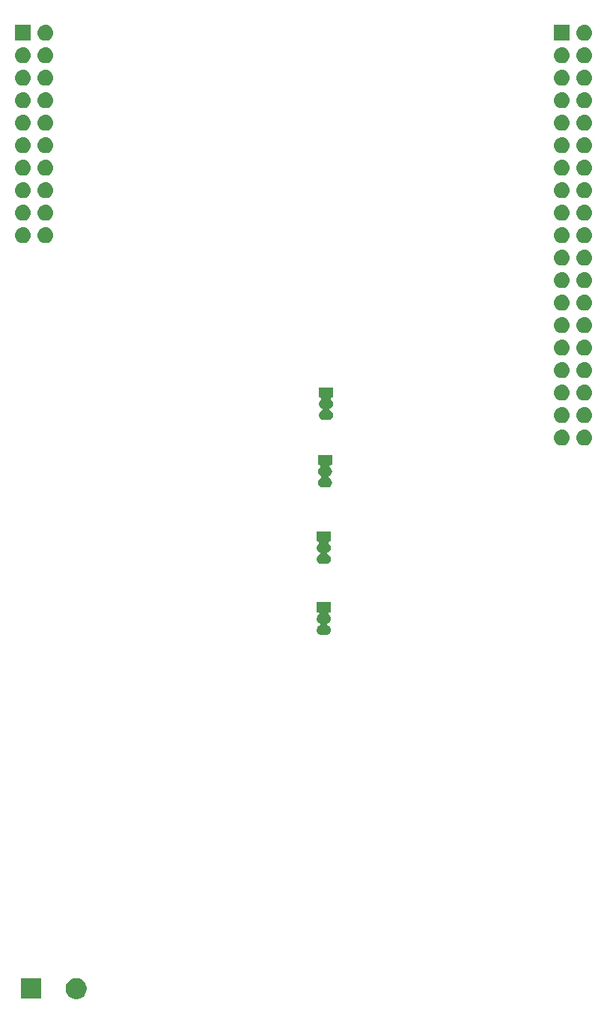
<source format=gbr>
G04 #@! TF.GenerationSoftware,KiCad,Pcbnew,(5.1.2)-2*
G04 #@! TF.CreationDate,2021-03-17T00:24:42+02:00*
G04 #@! TF.ProjectId,extension_board,65787465-6e73-4696-9f6e-5f626f617264,rev?*
G04 #@! TF.SameCoordinates,Original*
G04 #@! TF.FileFunction,Soldermask,Bot*
G04 #@! TF.FilePolarity,Negative*
%FSLAX46Y46*%
G04 Gerber Fmt 4.6, Leading zero omitted, Abs format (unit mm)*
G04 Created by KiCad (PCBNEW (5.1.2)-2) date 2021-03-17 00:24:42*
%MOMM*%
%LPD*%
G04 APERTURE LIST*
%ADD10C,0.100000*%
G04 APERTURE END LIST*
D10*
G36*
X-31719682Y-147435153D02*
G01*
X-31501115Y-147525687D01*
X-31501113Y-147525688D01*
X-31304407Y-147657122D01*
X-31137122Y-147824407D01*
X-31005688Y-148021113D01*
X-31005687Y-148021115D01*
X-30915153Y-148239682D01*
X-30869000Y-148471710D01*
X-30869000Y-148708290D01*
X-30915153Y-148940318D01*
X-31005687Y-149158885D01*
X-31005688Y-149158887D01*
X-31137122Y-149355593D01*
X-31304407Y-149522878D01*
X-31501113Y-149654312D01*
X-31501114Y-149654313D01*
X-31501115Y-149654313D01*
X-31719682Y-149744847D01*
X-31951710Y-149791000D01*
X-32188290Y-149791000D01*
X-32420318Y-149744847D01*
X-32638885Y-149654313D01*
X-32638886Y-149654313D01*
X-32638887Y-149654312D01*
X-32835593Y-149522878D01*
X-33002878Y-149355593D01*
X-33134312Y-149158887D01*
X-33134313Y-149158885D01*
X-33224847Y-148940318D01*
X-33271000Y-148708290D01*
X-33271000Y-148471710D01*
X-33224847Y-148239682D01*
X-33134313Y-148021115D01*
X-33134312Y-148021113D01*
X-33002878Y-147824407D01*
X-32835593Y-147657122D01*
X-32638887Y-147525688D01*
X-32638885Y-147525687D01*
X-32420318Y-147435153D01*
X-32188290Y-147389000D01*
X-31951710Y-147389000D01*
X-31719682Y-147435153D01*
X-31719682Y-147435153D01*
G37*
G36*
X-35999000Y-149741000D02*
G01*
X-38301000Y-149741000D01*
X-38301000Y-147439000D01*
X-35999000Y-147439000D01*
X-35999000Y-149741000D01*
X-35999000Y-149741000D01*
G37*
G36*
X-3263000Y-106113000D02*
G01*
X-3427340Y-106113000D01*
X-3451726Y-106115402D01*
X-3475175Y-106122515D01*
X-3496786Y-106134066D01*
X-3515728Y-106149611D01*
X-3531273Y-106168553D01*
X-3542824Y-106190164D01*
X-3549937Y-106213613D01*
X-3552339Y-106237999D01*
X-3549937Y-106262385D01*
X-3542824Y-106285834D01*
X-3531273Y-106307445D01*
X-3515728Y-106326387D01*
X-3506655Y-106334609D01*
X-3429736Y-106397736D01*
X-3357756Y-106485443D01*
X-3323571Y-106549399D01*
X-3304272Y-106585505D01*
X-3304271Y-106585508D01*
X-3271334Y-106694084D01*
X-3260213Y-106807000D01*
X-3271334Y-106919916D01*
X-3304271Y-107028492D01*
X-3304272Y-107028495D01*
X-3323571Y-107064601D01*
X-3357756Y-107128557D01*
X-3429736Y-107216264D01*
X-3517443Y-107288244D01*
X-3598859Y-107331761D01*
X-3619234Y-107345375D01*
X-3636561Y-107362702D01*
X-3650174Y-107383076D01*
X-3659552Y-107405715D01*
X-3664332Y-107429748D01*
X-3664332Y-107454252D01*
X-3659552Y-107478285D01*
X-3650174Y-107500924D01*
X-3636560Y-107521299D01*
X-3619233Y-107538626D01*
X-3598859Y-107552239D01*
X-3517443Y-107595756D01*
X-3429736Y-107667736D01*
X-3357756Y-107755443D01*
X-3323571Y-107819399D01*
X-3304272Y-107855505D01*
X-3304271Y-107855508D01*
X-3271334Y-107964084D01*
X-3260213Y-108077000D01*
X-3271334Y-108189916D01*
X-3304271Y-108298492D01*
X-3304272Y-108298495D01*
X-3323571Y-108334601D01*
X-3357756Y-108398557D01*
X-3429736Y-108486264D01*
X-3517443Y-108558244D01*
X-3581399Y-108592429D01*
X-3617505Y-108611728D01*
X-3617508Y-108611729D01*
X-3726084Y-108644666D01*
X-3810702Y-108653000D01*
X-4317298Y-108653000D01*
X-4401916Y-108644666D01*
X-4510492Y-108611729D01*
X-4510495Y-108611728D01*
X-4546601Y-108592429D01*
X-4610557Y-108558244D01*
X-4698264Y-108486264D01*
X-4770244Y-108398557D01*
X-4804429Y-108334601D01*
X-4823728Y-108298495D01*
X-4823729Y-108298492D01*
X-4856666Y-108189916D01*
X-4867787Y-108077000D01*
X-4856666Y-107964084D01*
X-4823729Y-107855508D01*
X-4823728Y-107855505D01*
X-4804429Y-107819399D01*
X-4770244Y-107755443D01*
X-4698264Y-107667736D01*
X-4610557Y-107595756D01*
X-4529141Y-107552239D01*
X-4508766Y-107538625D01*
X-4491439Y-107521298D01*
X-4477826Y-107500924D01*
X-4468448Y-107478285D01*
X-4463668Y-107454252D01*
X-4463668Y-107429748D01*
X-4468448Y-107405715D01*
X-4477826Y-107383076D01*
X-4491440Y-107362701D01*
X-4508767Y-107345374D01*
X-4529141Y-107331761D01*
X-4610557Y-107288244D01*
X-4698264Y-107216264D01*
X-4770244Y-107128557D01*
X-4804429Y-107064601D01*
X-4823728Y-107028495D01*
X-4823729Y-107028492D01*
X-4856666Y-106919916D01*
X-4867787Y-106807000D01*
X-4856666Y-106694084D01*
X-4823729Y-106585508D01*
X-4823728Y-106585505D01*
X-4804429Y-106549399D01*
X-4770244Y-106485443D01*
X-4698264Y-106397736D01*
X-4621354Y-106334617D01*
X-4604035Y-106317298D01*
X-4590421Y-106296923D01*
X-4581043Y-106274284D01*
X-4576263Y-106250251D01*
X-4576263Y-106225747D01*
X-4581043Y-106201714D01*
X-4590421Y-106179075D01*
X-4604034Y-106158701D01*
X-4621361Y-106141374D01*
X-4641736Y-106127760D01*
X-4664375Y-106118382D01*
X-4688408Y-106113602D01*
X-4700660Y-106113000D01*
X-4865000Y-106113000D01*
X-4865000Y-104961000D01*
X-3263000Y-104961000D01*
X-3263000Y-106113000D01*
X-3263000Y-106113000D01*
G37*
G36*
X-3263000Y-98112000D02*
G01*
X-3427340Y-98112000D01*
X-3451726Y-98114402D01*
X-3475175Y-98121515D01*
X-3496786Y-98133066D01*
X-3515728Y-98148611D01*
X-3531273Y-98167553D01*
X-3542824Y-98189164D01*
X-3549937Y-98212613D01*
X-3552339Y-98236999D01*
X-3549937Y-98261385D01*
X-3542824Y-98284834D01*
X-3531273Y-98306445D01*
X-3515728Y-98325387D01*
X-3506655Y-98333609D01*
X-3429736Y-98396736D01*
X-3357756Y-98484443D01*
X-3323571Y-98548399D01*
X-3304272Y-98584505D01*
X-3304271Y-98584508D01*
X-3271334Y-98693084D01*
X-3260213Y-98806000D01*
X-3271334Y-98918916D01*
X-3304271Y-99027492D01*
X-3304272Y-99027495D01*
X-3323571Y-99063601D01*
X-3357756Y-99127557D01*
X-3429736Y-99215264D01*
X-3517443Y-99287244D01*
X-3598859Y-99330761D01*
X-3619234Y-99344375D01*
X-3636561Y-99361702D01*
X-3650174Y-99382076D01*
X-3659552Y-99404715D01*
X-3664332Y-99428748D01*
X-3664332Y-99453252D01*
X-3659552Y-99477285D01*
X-3650174Y-99499924D01*
X-3636560Y-99520299D01*
X-3619233Y-99537626D01*
X-3598859Y-99551239D01*
X-3517443Y-99594756D01*
X-3429736Y-99666736D01*
X-3357756Y-99754443D01*
X-3323571Y-99818399D01*
X-3304272Y-99854505D01*
X-3304271Y-99854508D01*
X-3271334Y-99963084D01*
X-3260213Y-100076000D01*
X-3271334Y-100188916D01*
X-3304271Y-100297492D01*
X-3304272Y-100297495D01*
X-3323571Y-100333601D01*
X-3357756Y-100397557D01*
X-3429736Y-100485264D01*
X-3517443Y-100557244D01*
X-3581399Y-100591429D01*
X-3617505Y-100610728D01*
X-3617508Y-100610729D01*
X-3726084Y-100643666D01*
X-3810702Y-100652000D01*
X-4317298Y-100652000D01*
X-4401916Y-100643666D01*
X-4510492Y-100610729D01*
X-4510495Y-100610728D01*
X-4546601Y-100591429D01*
X-4610557Y-100557244D01*
X-4698264Y-100485264D01*
X-4770244Y-100397557D01*
X-4804429Y-100333601D01*
X-4823728Y-100297495D01*
X-4823729Y-100297492D01*
X-4856666Y-100188916D01*
X-4867787Y-100076000D01*
X-4856666Y-99963084D01*
X-4823729Y-99854508D01*
X-4823728Y-99854505D01*
X-4804429Y-99818399D01*
X-4770244Y-99754443D01*
X-4698264Y-99666736D01*
X-4610557Y-99594756D01*
X-4529141Y-99551239D01*
X-4508766Y-99537625D01*
X-4491439Y-99520298D01*
X-4477826Y-99499924D01*
X-4468448Y-99477285D01*
X-4463668Y-99453252D01*
X-4463668Y-99428748D01*
X-4468448Y-99404715D01*
X-4477826Y-99382076D01*
X-4491440Y-99361701D01*
X-4508767Y-99344374D01*
X-4529141Y-99330761D01*
X-4610557Y-99287244D01*
X-4698264Y-99215264D01*
X-4770244Y-99127557D01*
X-4804429Y-99063601D01*
X-4823728Y-99027495D01*
X-4823729Y-99027492D01*
X-4856666Y-98918916D01*
X-4867787Y-98806000D01*
X-4856666Y-98693084D01*
X-4823729Y-98584508D01*
X-4823728Y-98584505D01*
X-4804429Y-98548399D01*
X-4770244Y-98484443D01*
X-4698264Y-98396736D01*
X-4621354Y-98333617D01*
X-4604035Y-98316298D01*
X-4590421Y-98295923D01*
X-4581043Y-98273284D01*
X-4576263Y-98249251D01*
X-4576263Y-98224747D01*
X-4581043Y-98200714D01*
X-4590421Y-98178075D01*
X-4604034Y-98157701D01*
X-4621361Y-98140374D01*
X-4641736Y-98126760D01*
X-4664375Y-98117382D01*
X-4688408Y-98112602D01*
X-4700660Y-98112000D01*
X-4865000Y-98112000D01*
X-4865000Y-96960000D01*
X-3263000Y-96960000D01*
X-3263000Y-98112000D01*
X-3263000Y-98112000D01*
G37*
G36*
X-3136000Y-89476000D02*
G01*
X-3300340Y-89476000D01*
X-3324726Y-89478402D01*
X-3348175Y-89485515D01*
X-3369786Y-89497066D01*
X-3388728Y-89512611D01*
X-3404273Y-89531553D01*
X-3415824Y-89553164D01*
X-3422937Y-89576613D01*
X-3425339Y-89600999D01*
X-3422937Y-89625385D01*
X-3415824Y-89648834D01*
X-3404273Y-89670445D01*
X-3388728Y-89689387D01*
X-3379655Y-89697609D01*
X-3302736Y-89760736D01*
X-3230756Y-89848443D01*
X-3196571Y-89912399D01*
X-3177272Y-89948505D01*
X-3177271Y-89948508D01*
X-3144334Y-90057084D01*
X-3133213Y-90170000D01*
X-3144334Y-90282916D01*
X-3177271Y-90391492D01*
X-3177272Y-90391495D01*
X-3196571Y-90427601D01*
X-3230756Y-90491557D01*
X-3302736Y-90579264D01*
X-3390443Y-90651244D01*
X-3471859Y-90694761D01*
X-3492234Y-90708375D01*
X-3509561Y-90725702D01*
X-3523174Y-90746076D01*
X-3532552Y-90768715D01*
X-3537332Y-90792748D01*
X-3537332Y-90817252D01*
X-3532552Y-90841285D01*
X-3523174Y-90863924D01*
X-3509560Y-90884299D01*
X-3492233Y-90901626D01*
X-3471859Y-90915239D01*
X-3390443Y-90958756D01*
X-3302736Y-91030736D01*
X-3230756Y-91118443D01*
X-3196571Y-91182399D01*
X-3177272Y-91218505D01*
X-3177271Y-91218508D01*
X-3144334Y-91327084D01*
X-3133213Y-91440000D01*
X-3144334Y-91552916D01*
X-3177271Y-91661492D01*
X-3177272Y-91661495D01*
X-3196571Y-91697601D01*
X-3230756Y-91761557D01*
X-3302736Y-91849264D01*
X-3390443Y-91921244D01*
X-3454399Y-91955429D01*
X-3490505Y-91974728D01*
X-3490508Y-91974729D01*
X-3599084Y-92007666D01*
X-3683702Y-92016000D01*
X-4190298Y-92016000D01*
X-4274916Y-92007666D01*
X-4383492Y-91974729D01*
X-4383495Y-91974728D01*
X-4419601Y-91955429D01*
X-4483557Y-91921244D01*
X-4571264Y-91849264D01*
X-4643244Y-91761557D01*
X-4677429Y-91697601D01*
X-4696728Y-91661495D01*
X-4696729Y-91661492D01*
X-4729666Y-91552916D01*
X-4740787Y-91440000D01*
X-4729666Y-91327084D01*
X-4696729Y-91218508D01*
X-4696728Y-91218505D01*
X-4677429Y-91182399D01*
X-4643244Y-91118443D01*
X-4571264Y-91030736D01*
X-4483557Y-90958756D01*
X-4402141Y-90915239D01*
X-4381766Y-90901625D01*
X-4364439Y-90884298D01*
X-4350826Y-90863924D01*
X-4341448Y-90841285D01*
X-4336668Y-90817252D01*
X-4336668Y-90792748D01*
X-4341448Y-90768715D01*
X-4350826Y-90746076D01*
X-4364440Y-90725701D01*
X-4381767Y-90708374D01*
X-4402141Y-90694761D01*
X-4483557Y-90651244D01*
X-4571264Y-90579264D01*
X-4643244Y-90491557D01*
X-4677429Y-90427601D01*
X-4696728Y-90391495D01*
X-4696729Y-90391492D01*
X-4729666Y-90282916D01*
X-4740787Y-90170000D01*
X-4729666Y-90057084D01*
X-4696729Y-89948508D01*
X-4696728Y-89948505D01*
X-4677429Y-89912399D01*
X-4643244Y-89848443D01*
X-4571264Y-89760736D01*
X-4494354Y-89697617D01*
X-4477035Y-89680298D01*
X-4463421Y-89659923D01*
X-4454043Y-89637284D01*
X-4449263Y-89613251D01*
X-4449263Y-89588747D01*
X-4454043Y-89564714D01*
X-4463421Y-89542075D01*
X-4477034Y-89521701D01*
X-4494361Y-89504374D01*
X-4514736Y-89490760D01*
X-4537375Y-89481382D01*
X-4561408Y-89476602D01*
X-4573660Y-89476000D01*
X-4738000Y-89476000D01*
X-4738000Y-88324000D01*
X-3136000Y-88324000D01*
X-3136000Y-89476000D01*
X-3136000Y-89476000D01*
G37*
G36*
X25510442Y-85465518D02*
G01*
X25576627Y-85472037D01*
X25746466Y-85523557D01*
X25902991Y-85607222D01*
X25938729Y-85636552D01*
X26040186Y-85719814D01*
X26123448Y-85821271D01*
X26152778Y-85857009D01*
X26236443Y-86013534D01*
X26287963Y-86183373D01*
X26305359Y-86360000D01*
X26287963Y-86536627D01*
X26236443Y-86706466D01*
X26152778Y-86862991D01*
X26123448Y-86898729D01*
X26040186Y-87000186D01*
X25938729Y-87083448D01*
X25902991Y-87112778D01*
X25746466Y-87196443D01*
X25576627Y-87247963D01*
X25510442Y-87254482D01*
X25444260Y-87261000D01*
X25355740Y-87261000D01*
X25289558Y-87254482D01*
X25223373Y-87247963D01*
X25053534Y-87196443D01*
X24897009Y-87112778D01*
X24861271Y-87083448D01*
X24759814Y-87000186D01*
X24676552Y-86898729D01*
X24647222Y-86862991D01*
X24563557Y-86706466D01*
X24512037Y-86536627D01*
X24494641Y-86360000D01*
X24512037Y-86183373D01*
X24563557Y-86013534D01*
X24647222Y-85857009D01*
X24676552Y-85821271D01*
X24759814Y-85719814D01*
X24861271Y-85636552D01*
X24897009Y-85607222D01*
X25053534Y-85523557D01*
X25223373Y-85472037D01*
X25289558Y-85465518D01*
X25355740Y-85459000D01*
X25444260Y-85459000D01*
X25510442Y-85465518D01*
X25510442Y-85465518D01*
G37*
G36*
X22970442Y-85465518D02*
G01*
X23036627Y-85472037D01*
X23206466Y-85523557D01*
X23362991Y-85607222D01*
X23398729Y-85636552D01*
X23500186Y-85719814D01*
X23583448Y-85821271D01*
X23612778Y-85857009D01*
X23696443Y-86013534D01*
X23747963Y-86183373D01*
X23765359Y-86360000D01*
X23747963Y-86536627D01*
X23696443Y-86706466D01*
X23612778Y-86862991D01*
X23583448Y-86898729D01*
X23500186Y-87000186D01*
X23398729Y-87083448D01*
X23362991Y-87112778D01*
X23206466Y-87196443D01*
X23036627Y-87247963D01*
X22970442Y-87254482D01*
X22904260Y-87261000D01*
X22815740Y-87261000D01*
X22749558Y-87254482D01*
X22683373Y-87247963D01*
X22513534Y-87196443D01*
X22357009Y-87112778D01*
X22321271Y-87083448D01*
X22219814Y-87000186D01*
X22136552Y-86898729D01*
X22107222Y-86862991D01*
X22023557Y-86706466D01*
X21972037Y-86536627D01*
X21954641Y-86360000D01*
X21972037Y-86183373D01*
X22023557Y-86013534D01*
X22107222Y-85857009D01*
X22136552Y-85821271D01*
X22219814Y-85719814D01*
X22321271Y-85636552D01*
X22357009Y-85607222D01*
X22513534Y-85523557D01*
X22683373Y-85472037D01*
X22749558Y-85465518D01*
X22815740Y-85459000D01*
X22904260Y-85459000D01*
X22970442Y-85465518D01*
X22970442Y-85465518D01*
G37*
G36*
X25510443Y-82925519D02*
G01*
X25576627Y-82932037D01*
X25746466Y-82983557D01*
X25902991Y-83067222D01*
X25928766Y-83088375D01*
X26040186Y-83179814D01*
X26109519Y-83264298D01*
X26152778Y-83317009D01*
X26236443Y-83473534D01*
X26287963Y-83643373D01*
X26305359Y-83820000D01*
X26287963Y-83996627D01*
X26236443Y-84166466D01*
X26152778Y-84322991D01*
X26126732Y-84354728D01*
X26040186Y-84460186D01*
X25938729Y-84543448D01*
X25902991Y-84572778D01*
X25746466Y-84656443D01*
X25576627Y-84707963D01*
X25510443Y-84714481D01*
X25444260Y-84721000D01*
X25355740Y-84721000D01*
X25289557Y-84714481D01*
X25223373Y-84707963D01*
X25053534Y-84656443D01*
X24897009Y-84572778D01*
X24861271Y-84543448D01*
X24759814Y-84460186D01*
X24673268Y-84354728D01*
X24647222Y-84322991D01*
X24563557Y-84166466D01*
X24512037Y-83996627D01*
X24494641Y-83820000D01*
X24512037Y-83643373D01*
X24563557Y-83473534D01*
X24647222Y-83317009D01*
X24690481Y-83264298D01*
X24759814Y-83179814D01*
X24871234Y-83088375D01*
X24897009Y-83067222D01*
X25053534Y-82983557D01*
X25223373Y-82932037D01*
X25289557Y-82925519D01*
X25355740Y-82919000D01*
X25444260Y-82919000D01*
X25510443Y-82925519D01*
X25510443Y-82925519D01*
G37*
G36*
X22970443Y-82925519D02*
G01*
X23036627Y-82932037D01*
X23206466Y-82983557D01*
X23362991Y-83067222D01*
X23388766Y-83088375D01*
X23500186Y-83179814D01*
X23569519Y-83264298D01*
X23612778Y-83317009D01*
X23696443Y-83473534D01*
X23747963Y-83643373D01*
X23765359Y-83820000D01*
X23747963Y-83996627D01*
X23696443Y-84166466D01*
X23612778Y-84322991D01*
X23586732Y-84354728D01*
X23500186Y-84460186D01*
X23398729Y-84543448D01*
X23362991Y-84572778D01*
X23206466Y-84656443D01*
X23036627Y-84707963D01*
X22970443Y-84714481D01*
X22904260Y-84721000D01*
X22815740Y-84721000D01*
X22749557Y-84714481D01*
X22683373Y-84707963D01*
X22513534Y-84656443D01*
X22357009Y-84572778D01*
X22321271Y-84543448D01*
X22219814Y-84460186D01*
X22133268Y-84354728D01*
X22107222Y-84322991D01*
X22023557Y-84166466D01*
X21972037Y-83996627D01*
X21954641Y-83820000D01*
X21972037Y-83643373D01*
X22023557Y-83473534D01*
X22107222Y-83317009D01*
X22150481Y-83264298D01*
X22219814Y-83179814D01*
X22331234Y-83088375D01*
X22357009Y-83067222D01*
X22513534Y-82983557D01*
X22683373Y-82932037D01*
X22749557Y-82925519D01*
X22815740Y-82919000D01*
X22904260Y-82919000D01*
X22970443Y-82925519D01*
X22970443Y-82925519D01*
G37*
G36*
X-3009000Y-81856000D02*
G01*
X-3173340Y-81856000D01*
X-3197726Y-81858402D01*
X-3221175Y-81865515D01*
X-3242786Y-81877066D01*
X-3261728Y-81892611D01*
X-3277273Y-81911553D01*
X-3288824Y-81933164D01*
X-3295937Y-81956613D01*
X-3298339Y-81980999D01*
X-3295937Y-82005385D01*
X-3288824Y-82028834D01*
X-3277273Y-82050445D01*
X-3261728Y-82069387D01*
X-3252655Y-82077609D01*
X-3175736Y-82140736D01*
X-3103756Y-82228443D01*
X-3069571Y-82292399D01*
X-3050272Y-82328505D01*
X-3050271Y-82328508D01*
X-3017334Y-82437084D01*
X-3006213Y-82550000D01*
X-3017334Y-82662916D01*
X-3050271Y-82771492D01*
X-3050272Y-82771495D01*
X-3069571Y-82807601D01*
X-3103756Y-82871557D01*
X-3175736Y-82959264D01*
X-3263443Y-83031244D01*
X-3344859Y-83074761D01*
X-3365234Y-83088375D01*
X-3382561Y-83105702D01*
X-3396174Y-83126076D01*
X-3405552Y-83148715D01*
X-3410332Y-83172748D01*
X-3410332Y-83197252D01*
X-3405552Y-83221285D01*
X-3396174Y-83243924D01*
X-3382560Y-83264299D01*
X-3365233Y-83281626D01*
X-3344859Y-83295239D01*
X-3263443Y-83338756D01*
X-3175736Y-83410736D01*
X-3103756Y-83498443D01*
X-3069571Y-83562399D01*
X-3050272Y-83598505D01*
X-3050271Y-83598508D01*
X-3017334Y-83707084D01*
X-3006213Y-83820000D01*
X-3017334Y-83932916D01*
X-3050271Y-84041492D01*
X-3050272Y-84041495D01*
X-3069571Y-84077601D01*
X-3103756Y-84141557D01*
X-3175736Y-84229264D01*
X-3263443Y-84301244D01*
X-3327399Y-84335429D01*
X-3363505Y-84354728D01*
X-3363508Y-84354729D01*
X-3472084Y-84387666D01*
X-3556702Y-84396000D01*
X-4063298Y-84396000D01*
X-4147916Y-84387666D01*
X-4256492Y-84354729D01*
X-4256495Y-84354728D01*
X-4292601Y-84335429D01*
X-4356557Y-84301244D01*
X-4444264Y-84229264D01*
X-4516244Y-84141557D01*
X-4550429Y-84077601D01*
X-4569728Y-84041495D01*
X-4569729Y-84041492D01*
X-4602666Y-83932916D01*
X-4613787Y-83820000D01*
X-4602666Y-83707084D01*
X-4569729Y-83598508D01*
X-4569728Y-83598505D01*
X-4550429Y-83562399D01*
X-4516244Y-83498443D01*
X-4444264Y-83410736D01*
X-4356557Y-83338756D01*
X-4275141Y-83295239D01*
X-4254766Y-83281625D01*
X-4237439Y-83264298D01*
X-4223826Y-83243924D01*
X-4214448Y-83221285D01*
X-4209668Y-83197252D01*
X-4209668Y-83172748D01*
X-4214448Y-83148715D01*
X-4223826Y-83126076D01*
X-4237440Y-83105701D01*
X-4254767Y-83088374D01*
X-4275141Y-83074761D01*
X-4356557Y-83031244D01*
X-4444264Y-82959264D01*
X-4516244Y-82871557D01*
X-4550429Y-82807601D01*
X-4569728Y-82771495D01*
X-4569729Y-82771492D01*
X-4602666Y-82662916D01*
X-4613787Y-82550000D01*
X-4602666Y-82437084D01*
X-4569729Y-82328508D01*
X-4569728Y-82328505D01*
X-4550429Y-82292399D01*
X-4516244Y-82228443D01*
X-4444264Y-82140736D01*
X-4367354Y-82077617D01*
X-4350035Y-82060298D01*
X-4336421Y-82039923D01*
X-4327043Y-82017284D01*
X-4322263Y-81993251D01*
X-4322263Y-81968747D01*
X-4327043Y-81944714D01*
X-4336421Y-81922075D01*
X-4350034Y-81901701D01*
X-4367361Y-81884374D01*
X-4387736Y-81870760D01*
X-4410375Y-81861382D01*
X-4434408Y-81856602D01*
X-4446660Y-81856000D01*
X-4611000Y-81856000D01*
X-4611000Y-80704000D01*
X-3009000Y-80704000D01*
X-3009000Y-81856000D01*
X-3009000Y-81856000D01*
G37*
G36*
X22970442Y-80385518D02*
G01*
X23036627Y-80392037D01*
X23206466Y-80443557D01*
X23362991Y-80527222D01*
X23398729Y-80556552D01*
X23500186Y-80639814D01*
X23552861Y-80704000D01*
X23612778Y-80777009D01*
X23696443Y-80933534D01*
X23747963Y-81103373D01*
X23765359Y-81280000D01*
X23747963Y-81456627D01*
X23696443Y-81626466D01*
X23612778Y-81782991D01*
X23583448Y-81818729D01*
X23500186Y-81920186D01*
X23398729Y-82003448D01*
X23362991Y-82032778D01*
X23206466Y-82116443D01*
X23036627Y-82167963D01*
X22970443Y-82174481D01*
X22904260Y-82181000D01*
X22815740Y-82181000D01*
X22749557Y-82174481D01*
X22683373Y-82167963D01*
X22513534Y-82116443D01*
X22357009Y-82032778D01*
X22321271Y-82003448D01*
X22219814Y-81920186D01*
X22136552Y-81818729D01*
X22107222Y-81782991D01*
X22023557Y-81626466D01*
X21972037Y-81456627D01*
X21954641Y-81280000D01*
X21972037Y-81103373D01*
X22023557Y-80933534D01*
X22107222Y-80777009D01*
X22167139Y-80704000D01*
X22219814Y-80639814D01*
X22321271Y-80556552D01*
X22357009Y-80527222D01*
X22513534Y-80443557D01*
X22683373Y-80392037D01*
X22749558Y-80385518D01*
X22815740Y-80379000D01*
X22904260Y-80379000D01*
X22970442Y-80385518D01*
X22970442Y-80385518D01*
G37*
G36*
X25510442Y-80385518D02*
G01*
X25576627Y-80392037D01*
X25746466Y-80443557D01*
X25902991Y-80527222D01*
X25938729Y-80556552D01*
X26040186Y-80639814D01*
X26092861Y-80704000D01*
X26152778Y-80777009D01*
X26236443Y-80933534D01*
X26287963Y-81103373D01*
X26305359Y-81280000D01*
X26287963Y-81456627D01*
X26236443Y-81626466D01*
X26152778Y-81782991D01*
X26123448Y-81818729D01*
X26040186Y-81920186D01*
X25938729Y-82003448D01*
X25902991Y-82032778D01*
X25746466Y-82116443D01*
X25576627Y-82167963D01*
X25510443Y-82174481D01*
X25444260Y-82181000D01*
X25355740Y-82181000D01*
X25289557Y-82174481D01*
X25223373Y-82167963D01*
X25053534Y-82116443D01*
X24897009Y-82032778D01*
X24861271Y-82003448D01*
X24759814Y-81920186D01*
X24676552Y-81818729D01*
X24647222Y-81782991D01*
X24563557Y-81626466D01*
X24512037Y-81456627D01*
X24494641Y-81280000D01*
X24512037Y-81103373D01*
X24563557Y-80933534D01*
X24647222Y-80777009D01*
X24707139Y-80704000D01*
X24759814Y-80639814D01*
X24861271Y-80556552D01*
X24897009Y-80527222D01*
X25053534Y-80443557D01*
X25223373Y-80392037D01*
X25289558Y-80385518D01*
X25355740Y-80379000D01*
X25444260Y-80379000D01*
X25510442Y-80385518D01*
X25510442Y-80385518D01*
G37*
G36*
X22970443Y-77845519D02*
G01*
X23036627Y-77852037D01*
X23206466Y-77903557D01*
X23362991Y-77987222D01*
X23398729Y-78016552D01*
X23500186Y-78099814D01*
X23583448Y-78201271D01*
X23612778Y-78237009D01*
X23696443Y-78393534D01*
X23747963Y-78563373D01*
X23765359Y-78740000D01*
X23747963Y-78916627D01*
X23696443Y-79086466D01*
X23612778Y-79242991D01*
X23583448Y-79278729D01*
X23500186Y-79380186D01*
X23398729Y-79463448D01*
X23362991Y-79492778D01*
X23206466Y-79576443D01*
X23036627Y-79627963D01*
X22970442Y-79634482D01*
X22904260Y-79641000D01*
X22815740Y-79641000D01*
X22749558Y-79634482D01*
X22683373Y-79627963D01*
X22513534Y-79576443D01*
X22357009Y-79492778D01*
X22321271Y-79463448D01*
X22219814Y-79380186D01*
X22136552Y-79278729D01*
X22107222Y-79242991D01*
X22023557Y-79086466D01*
X21972037Y-78916627D01*
X21954641Y-78740000D01*
X21972037Y-78563373D01*
X22023557Y-78393534D01*
X22107222Y-78237009D01*
X22136552Y-78201271D01*
X22219814Y-78099814D01*
X22321271Y-78016552D01*
X22357009Y-77987222D01*
X22513534Y-77903557D01*
X22683373Y-77852037D01*
X22749557Y-77845519D01*
X22815740Y-77839000D01*
X22904260Y-77839000D01*
X22970443Y-77845519D01*
X22970443Y-77845519D01*
G37*
G36*
X25510443Y-77845519D02*
G01*
X25576627Y-77852037D01*
X25746466Y-77903557D01*
X25902991Y-77987222D01*
X25938729Y-78016552D01*
X26040186Y-78099814D01*
X26123448Y-78201271D01*
X26152778Y-78237009D01*
X26236443Y-78393534D01*
X26287963Y-78563373D01*
X26305359Y-78740000D01*
X26287963Y-78916627D01*
X26236443Y-79086466D01*
X26152778Y-79242991D01*
X26123448Y-79278729D01*
X26040186Y-79380186D01*
X25938729Y-79463448D01*
X25902991Y-79492778D01*
X25746466Y-79576443D01*
X25576627Y-79627963D01*
X25510442Y-79634482D01*
X25444260Y-79641000D01*
X25355740Y-79641000D01*
X25289558Y-79634482D01*
X25223373Y-79627963D01*
X25053534Y-79576443D01*
X24897009Y-79492778D01*
X24861271Y-79463448D01*
X24759814Y-79380186D01*
X24676552Y-79278729D01*
X24647222Y-79242991D01*
X24563557Y-79086466D01*
X24512037Y-78916627D01*
X24494641Y-78740000D01*
X24512037Y-78563373D01*
X24563557Y-78393534D01*
X24647222Y-78237009D01*
X24676552Y-78201271D01*
X24759814Y-78099814D01*
X24861271Y-78016552D01*
X24897009Y-77987222D01*
X25053534Y-77903557D01*
X25223373Y-77852037D01*
X25289557Y-77845519D01*
X25355740Y-77839000D01*
X25444260Y-77839000D01*
X25510443Y-77845519D01*
X25510443Y-77845519D01*
G37*
G36*
X22970442Y-75305518D02*
G01*
X23036627Y-75312037D01*
X23206466Y-75363557D01*
X23362991Y-75447222D01*
X23398729Y-75476552D01*
X23500186Y-75559814D01*
X23583448Y-75661271D01*
X23612778Y-75697009D01*
X23696443Y-75853534D01*
X23747963Y-76023373D01*
X23765359Y-76200000D01*
X23747963Y-76376627D01*
X23696443Y-76546466D01*
X23612778Y-76702991D01*
X23583448Y-76738729D01*
X23500186Y-76840186D01*
X23398729Y-76923448D01*
X23362991Y-76952778D01*
X23206466Y-77036443D01*
X23036627Y-77087963D01*
X22970442Y-77094482D01*
X22904260Y-77101000D01*
X22815740Y-77101000D01*
X22749558Y-77094482D01*
X22683373Y-77087963D01*
X22513534Y-77036443D01*
X22357009Y-76952778D01*
X22321271Y-76923448D01*
X22219814Y-76840186D01*
X22136552Y-76738729D01*
X22107222Y-76702991D01*
X22023557Y-76546466D01*
X21972037Y-76376627D01*
X21954641Y-76200000D01*
X21972037Y-76023373D01*
X22023557Y-75853534D01*
X22107222Y-75697009D01*
X22136552Y-75661271D01*
X22219814Y-75559814D01*
X22321271Y-75476552D01*
X22357009Y-75447222D01*
X22513534Y-75363557D01*
X22683373Y-75312037D01*
X22749558Y-75305518D01*
X22815740Y-75299000D01*
X22904260Y-75299000D01*
X22970442Y-75305518D01*
X22970442Y-75305518D01*
G37*
G36*
X25510442Y-75305518D02*
G01*
X25576627Y-75312037D01*
X25746466Y-75363557D01*
X25902991Y-75447222D01*
X25938729Y-75476552D01*
X26040186Y-75559814D01*
X26123448Y-75661271D01*
X26152778Y-75697009D01*
X26236443Y-75853534D01*
X26287963Y-76023373D01*
X26305359Y-76200000D01*
X26287963Y-76376627D01*
X26236443Y-76546466D01*
X26152778Y-76702991D01*
X26123448Y-76738729D01*
X26040186Y-76840186D01*
X25938729Y-76923448D01*
X25902991Y-76952778D01*
X25746466Y-77036443D01*
X25576627Y-77087963D01*
X25510442Y-77094482D01*
X25444260Y-77101000D01*
X25355740Y-77101000D01*
X25289558Y-77094482D01*
X25223373Y-77087963D01*
X25053534Y-77036443D01*
X24897009Y-76952778D01*
X24861271Y-76923448D01*
X24759814Y-76840186D01*
X24676552Y-76738729D01*
X24647222Y-76702991D01*
X24563557Y-76546466D01*
X24512037Y-76376627D01*
X24494641Y-76200000D01*
X24512037Y-76023373D01*
X24563557Y-75853534D01*
X24647222Y-75697009D01*
X24676552Y-75661271D01*
X24759814Y-75559814D01*
X24861271Y-75476552D01*
X24897009Y-75447222D01*
X25053534Y-75363557D01*
X25223373Y-75312037D01*
X25289558Y-75305518D01*
X25355740Y-75299000D01*
X25444260Y-75299000D01*
X25510442Y-75305518D01*
X25510442Y-75305518D01*
G37*
G36*
X22970442Y-72765518D02*
G01*
X23036627Y-72772037D01*
X23206466Y-72823557D01*
X23362991Y-72907222D01*
X23398729Y-72936552D01*
X23500186Y-73019814D01*
X23583448Y-73121271D01*
X23612778Y-73157009D01*
X23696443Y-73313534D01*
X23747963Y-73483373D01*
X23765359Y-73660000D01*
X23747963Y-73836627D01*
X23696443Y-74006466D01*
X23612778Y-74162991D01*
X23583448Y-74198729D01*
X23500186Y-74300186D01*
X23398729Y-74383448D01*
X23362991Y-74412778D01*
X23206466Y-74496443D01*
X23036627Y-74547963D01*
X22970442Y-74554482D01*
X22904260Y-74561000D01*
X22815740Y-74561000D01*
X22749558Y-74554482D01*
X22683373Y-74547963D01*
X22513534Y-74496443D01*
X22357009Y-74412778D01*
X22321271Y-74383448D01*
X22219814Y-74300186D01*
X22136552Y-74198729D01*
X22107222Y-74162991D01*
X22023557Y-74006466D01*
X21972037Y-73836627D01*
X21954641Y-73660000D01*
X21972037Y-73483373D01*
X22023557Y-73313534D01*
X22107222Y-73157009D01*
X22136552Y-73121271D01*
X22219814Y-73019814D01*
X22321271Y-72936552D01*
X22357009Y-72907222D01*
X22513534Y-72823557D01*
X22683373Y-72772037D01*
X22749558Y-72765518D01*
X22815740Y-72759000D01*
X22904260Y-72759000D01*
X22970442Y-72765518D01*
X22970442Y-72765518D01*
G37*
G36*
X25510442Y-72765518D02*
G01*
X25576627Y-72772037D01*
X25746466Y-72823557D01*
X25902991Y-72907222D01*
X25938729Y-72936552D01*
X26040186Y-73019814D01*
X26123448Y-73121271D01*
X26152778Y-73157009D01*
X26236443Y-73313534D01*
X26287963Y-73483373D01*
X26305359Y-73660000D01*
X26287963Y-73836627D01*
X26236443Y-74006466D01*
X26152778Y-74162991D01*
X26123448Y-74198729D01*
X26040186Y-74300186D01*
X25938729Y-74383448D01*
X25902991Y-74412778D01*
X25746466Y-74496443D01*
X25576627Y-74547963D01*
X25510442Y-74554482D01*
X25444260Y-74561000D01*
X25355740Y-74561000D01*
X25289558Y-74554482D01*
X25223373Y-74547963D01*
X25053534Y-74496443D01*
X24897009Y-74412778D01*
X24861271Y-74383448D01*
X24759814Y-74300186D01*
X24676552Y-74198729D01*
X24647222Y-74162991D01*
X24563557Y-74006466D01*
X24512037Y-73836627D01*
X24494641Y-73660000D01*
X24512037Y-73483373D01*
X24563557Y-73313534D01*
X24647222Y-73157009D01*
X24676552Y-73121271D01*
X24759814Y-73019814D01*
X24861271Y-72936552D01*
X24897009Y-72907222D01*
X25053534Y-72823557D01*
X25223373Y-72772037D01*
X25289558Y-72765518D01*
X25355740Y-72759000D01*
X25444260Y-72759000D01*
X25510442Y-72765518D01*
X25510442Y-72765518D01*
G37*
G36*
X25510442Y-70225518D02*
G01*
X25576627Y-70232037D01*
X25746466Y-70283557D01*
X25902991Y-70367222D01*
X25938729Y-70396552D01*
X26040186Y-70479814D01*
X26123448Y-70581271D01*
X26152778Y-70617009D01*
X26236443Y-70773534D01*
X26287963Y-70943373D01*
X26305359Y-71120000D01*
X26287963Y-71296627D01*
X26236443Y-71466466D01*
X26152778Y-71622991D01*
X26123448Y-71658729D01*
X26040186Y-71760186D01*
X25938729Y-71843448D01*
X25902991Y-71872778D01*
X25746466Y-71956443D01*
X25576627Y-72007963D01*
X25510443Y-72014481D01*
X25444260Y-72021000D01*
X25355740Y-72021000D01*
X25289557Y-72014481D01*
X25223373Y-72007963D01*
X25053534Y-71956443D01*
X24897009Y-71872778D01*
X24861271Y-71843448D01*
X24759814Y-71760186D01*
X24676552Y-71658729D01*
X24647222Y-71622991D01*
X24563557Y-71466466D01*
X24512037Y-71296627D01*
X24494641Y-71120000D01*
X24512037Y-70943373D01*
X24563557Y-70773534D01*
X24647222Y-70617009D01*
X24676552Y-70581271D01*
X24759814Y-70479814D01*
X24861271Y-70396552D01*
X24897009Y-70367222D01*
X25053534Y-70283557D01*
X25223373Y-70232037D01*
X25289558Y-70225518D01*
X25355740Y-70219000D01*
X25444260Y-70219000D01*
X25510442Y-70225518D01*
X25510442Y-70225518D01*
G37*
G36*
X22970442Y-70225518D02*
G01*
X23036627Y-70232037D01*
X23206466Y-70283557D01*
X23362991Y-70367222D01*
X23398729Y-70396552D01*
X23500186Y-70479814D01*
X23583448Y-70581271D01*
X23612778Y-70617009D01*
X23696443Y-70773534D01*
X23747963Y-70943373D01*
X23765359Y-71120000D01*
X23747963Y-71296627D01*
X23696443Y-71466466D01*
X23612778Y-71622991D01*
X23583448Y-71658729D01*
X23500186Y-71760186D01*
X23398729Y-71843448D01*
X23362991Y-71872778D01*
X23206466Y-71956443D01*
X23036627Y-72007963D01*
X22970443Y-72014481D01*
X22904260Y-72021000D01*
X22815740Y-72021000D01*
X22749557Y-72014481D01*
X22683373Y-72007963D01*
X22513534Y-71956443D01*
X22357009Y-71872778D01*
X22321271Y-71843448D01*
X22219814Y-71760186D01*
X22136552Y-71658729D01*
X22107222Y-71622991D01*
X22023557Y-71466466D01*
X21972037Y-71296627D01*
X21954641Y-71120000D01*
X21972037Y-70943373D01*
X22023557Y-70773534D01*
X22107222Y-70617009D01*
X22136552Y-70581271D01*
X22219814Y-70479814D01*
X22321271Y-70396552D01*
X22357009Y-70367222D01*
X22513534Y-70283557D01*
X22683373Y-70232037D01*
X22749558Y-70225518D01*
X22815740Y-70219000D01*
X22904260Y-70219000D01*
X22970442Y-70225518D01*
X22970442Y-70225518D01*
G37*
G36*
X25510443Y-67685519D02*
G01*
X25576627Y-67692037D01*
X25746466Y-67743557D01*
X25902991Y-67827222D01*
X25938729Y-67856552D01*
X26040186Y-67939814D01*
X26123448Y-68041271D01*
X26152778Y-68077009D01*
X26236443Y-68233534D01*
X26287963Y-68403373D01*
X26305359Y-68580000D01*
X26287963Y-68756627D01*
X26236443Y-68926466D01*
X26152778Y-69082991D01*
X26123448Y-69118729D01*
X26040186Y-69220186D01*
X25938729Y-69303448D01*
X25902991Y-69332778D01*
X25746466Y-69416443D01*
X25576627Y-69467963D01*
X25510442Y-69474482D01*
X25444260Y-69481000D01*
X25355740Y-69481000D01*
X25289558Y-69474482D01*
X25223373Y-69467963D01*
X25053534Y-69416443D01*
X24897009Y-69332778D01*
X24861271Y-69303448D01*
X24759814Y-69220186D01*
X24676552Y-69118729D01*
X24647222Y-69082991D01*
X24563557Y-68926466D01*
X24512037Y-68756627D01*
X24494641Y-68580000D01*
X24512037Y-68403373D01*
X24563557Y-68233534D01*
X24647222Y-68077009D01*
X24676552Y-68041271D01*
X24759814Y-67939814D01*
X24861271Y-67856552D01*
X24897009Y-67827222D01*
X25053534Y-67743557D01*
X25223373Y-67692037D01*
X25289557Y-67685519D01*
X25355740Y-67679000D01*
X25444260Y-67679000D01*
X25510443Y-67685519D01*
X25510443Y-67685519D01*
G37*
G36*
X22970443Y-67685519D02*
G01*
X23036627Y-67692037D01*
X23206466Y-67743557D01*
X23362991Y-67827222D01*
X23398729Y-67856552D01*
X23500186Y-67939814D01*
X23583448Y-68041271D01*
X23612778Y-68077009D01*
X23696443Y-68233534D01*
X23747963Y-68403373D01*
X23765359Y-68580000D01*
X23747963Y-68756627D01*
X23696443Y-68926466D01*
X23612778Y-69082991D01*
X23583448Y-69118729D01*
X23500186Y-69220186D01*
X23398729Y-69303448D01*
X23362991Y-69332778D01*
X23206466Y-69416443D01*
X23036627Y-69467963D01*
X22970442Y-69474482D01*
X22904260Y-69481000D01*
X22815740Y-69481000D01*
X22749558Y-69474482D01*
X22683373Y-69467963D01*
X22513534Y-69416443D01*
X22357009Y-69332778D01*
X22321271Y-69303448D01*
X22219814Y-69220186D01*
X22136552Y-69118729D01*
X22107222Y-69082991D01*
X22023557Y-68926466D01*
X21972037Y-68756627D01*
X21954641Y-68580000D01*
X21972037Y-68403373D01*
X22023557Y-68233534D01*
X22107222Y-68077009D01*
X22136552Y-68041271D01*
X22219814Y-67939814D01*
X22321271Y-67856552D01*
X22357009Y-67827222D01*
X22513534Y-67743557D01*
X22683373Y-67692037D01*
X22749557Y-67685519D01*
X22815740Y-67679000D01*
X22904260Y-67679000D01*
X22970443Y-67685519D01*
X22970443Y-67685519D01*
G37*
G36*
X25510442Y-65145518D02*
G01*
X25576627Y-65152037D01*
X25746466Y-65203557D01*
X25902991Y-65287222D01*
X25938729Y-65316552D01*
X26040186Y-65399814D01*
X26123448Y-65501271D01*
X26152778Y-65537009D01*
X26236443Y-65693534D01*
X26287963Y-65863373D01*
X26305359Y-66040000D01*
X26287963Y-66216627D01*
X26236443Y-66386466D01*
X26152778Y-66542991D01*
X26123448Y-66578729D01*
X26040186Y-66680186D01*
X25938729Y-66763448D01*
X25902991Y-66792778D01*
X25746466Y-66876443D01*
X25576627Y-66927963D01*
X25510442Y-66934482D01*
X25444260Y-66941000D01*
X25355740Y-66941000D01*
X25289558Y-66934482D01*
X25223373Y-66927963D01*
X25053534Y-66876443D01*
X24897009Y-66792778D01*
X24861271Y-66763448D01*
X24759814Y-66680186D01*
X24676552Y-66578729D01*
X24647222Y-66542991D01*
X24563557Y-66386466D01*
X24512037Y-66216627D01*
X24494641Y-66040000D01*
X24512037Y-65863373D01*
X24563557Y-65693534D01*
X24647222Y-65537009D01*
X24676552Y-65501271D01*
X24759814Y-65399814D01*
X24861271Y-65316552D01*
X24897009Y-65287222D01*
X25053534Y-65203557D01*
X25223373Y-65152037D01*
X25289558Y-65145518D01*
X25355740Y-65139000D01*
X25444260Y-65139000D01*
X25510442Y-65145518D01*
X25510442Y-65145518D01*
G37*
G36*
X22970442Y-65145518D02*
G01*
X23036627Y-65152037D01*
X23206466Y-65203557D01*
X23362991Y-65287222D01*
X23398729Y-65316552D01*
X23500186Y-65399814D01*
X23583448Y-65501271D01*
X23612778Y-65537009D01*
X23696443Y-65693534D01*
X23747963Y-65863373D01*
X23765359Y-66040000D01*
X23747963Y-66216627D01*
X23696443Y-66386466D01*
X23612778Y-66542991D01*
X23583448Y-66578729D01*
X23500186Y-66680186D01*
X23398729Y-66763448D01*
X23362991Y-66792778D01*
X23206466Y-66876443D01*
X23036627Y-66927963D01*
X22970442Y-66934482D01*
X22904260Y-66941000D01*
X22815740Y-66941000D01*
X22749558Y-66934482D01*
X22683373Y-66927963D01*
X22513534Y-66876443D01*
X22357009Y-66792778D01*
X22321271Y-66763448D01*
X22219814Y-66680186D01*
X22136552Y-66578729D01*
X22107222Y-66542991D01*
X22023557Y-66386466D01*
X21972037Y-66216627D01*
X21954641Y-66040000D01*
X21972037Y-65863373D01*
X22023557Y-65693534D01*
X22107222Y-65537009D01*
X22136552Y-65501271D01*
X22219814Y-65399814D01*
X22321271Y-65316552D01*
X22357009Y-65287222D01*
X22513534Y-65203557D01*
X22683373Y-65152037D01*
X22749558Y-65145518D01*
X22815740Y-65139000D01*
X22904260Y-65139000D01*
X22970442Y-65145518D01*
X22970442Y-65145518D01*
G37*
G36*
X25510442Y-62605518D02*
G01*
X25576627Y-62612037D01*
X25746466Y-62663557D01*
X25902991Y-62747222D01*
X25938729Y-62776552D01*
X26040186Y-62859814D01*
X26123448Y-62961271D01*
X26152778Y-62997009D01*
X26236443Y-63153534D01*
X26287963Y-63323373D01*
X26305359Y-63500000D01*
X26287963Y-63676627D01*
X26236443Y-63846466D01*
X26152778Y-64002991D01*
X26123448Y-64038729D01*
X26040186Y-64140186D01*
X25938729Y-64223448D01*
X25902991Y-64252778D01*
X25746466Y-64336443D01*
X25576627Y-64387963D01*
X25510442Y-64394482D01*
X25444260Y-64401000D01*
X25355740Y-64401000D01*
X25289558Y-64394482D01*
X25223373Y-64387963D01*
X25053534Y-64336443D01*
X24897009Y-64252778D01*
X24861271Y-64223448D01*
X24759814Y-64140186D01*
X24676552Y-64038729D01*
X24647222Y-64002991D01*
X24563557Y-63846466D01*
X24512037Y-63676627D01*
X24494641Y-63500000D01*
X24512037Y-63323373D01*
X24563557Y-63153534D01*
X24647222Y-62997009D01*
X24676552Y-62961271D01*
X24759814Y-62859814D01*
X24861271Y-62776552D01*
X24897009Y-62747222D01*
X25053534Y-62663557D01*
X25223373Y-62612037D01*
X25289558Y-62605518D01*
X25355740Y-62599000D01*
X25444260Y-62599000D01*
X25510442Y-62605518D01*
X25510442Y-62605518D01*
G37*
G36*
X-35449558Y-62605518D02*
G01*
X-35383373Y-62612037D01*
X-35213534Y-62663557D01*
X-35057009Y-62747222D01*
X-35021271Y-62776552D01*
X-34919814Y-62859814D01*
X-34836552Y-62961271D01*
X-34807222Y-62997009D01*
X-34723557Y-63153534D01*
X-34672037Y-63323373D01*
X-34654641Y-63500000D01*
X-34672037Y-63676627D01*
X-34723557Y-63846466D01*
X-34807222Y-64002991D01*
X-34836552Y-64038729D01*
X-34919814Y-64140186D01*
X-35021271Y-64223448D01*
X-35057009Y-64252778D01*
X-35213534Y-64336443D01*
X-35383373Y-64387963D01*
X-35449558Y-64394482D01*
X-35515740Y-64401000D01*
X-35604260Y-64401000D01*
X-35670442Y-64394482D01*
X-35736627Y-64387963D01*
X-35906466Y-64336443D01*
X-36062991Y-64252778D01*
X-36098729Y-64223448D01*
X-36200186Y-64140186D01*
X-36283448Y-64038729D01*
X-36312778Y-64002991D01*
X-36396443Y-63846466D01*
X-36447963Y-63676627D01*
X-36465359Y-63500000D01*
X-36447963Y-63323373D01*
X-36396443Y-63153534D01*
X-36312778Y-62997009D01*
X-36283448Y-62961271D01*
X-36200186Y-62859814D01*
X-36098729Y-62776552D01*
X-36062991Y-62747222D01*
X-35906466Y-62663557D01*
X-35736627Y-62612037D01*
X-35670442Y-62605518D01*
X-35604260Y-62599000D01*
X-35515740Y-62599000D01*
X-35449558Y-62605518D01*
X-35449558Y-62605518D01*
G37*
G36*
X22970442Y-62605518D02*
G01*
X23036627Y-62612037D01*
X23206466Y-62663557D01*
X23362991Y-62747222D01*
X23398729Y-62776552D01*
X23500186Y-62859814D01*
X23583448Y-62961271D01*
X23612778Y-62997009D01*
X23696443Y-63153534D01*
X23747963Y-63323373D01*
X23765359Y-63500000D01*
X23747963Y-63676627D01*
X23696443Y-63846466D01*
X23612778Y-64002991D01*
X23583448Y-64038729D01*
X23500186Y-64140186D01*
X23398729Y-64223448D01*
X23362991Y-64252778D01*
X23206466Y-64336443D01*
X23036627Y-64387963D01*
X22970442Y-64394482D01*
X22904260Y-64401000D01*
X22815740Y-64401000D01*
X22749558Y-64394482D01*
X22683373Y-64387963D01*
X22513534Y-64336443D01*
X22357009Y-64252778D01*
X22321271Y-64223448D01*
X22219814Y-64140186D01*
X22136552Y-64038729D01*
X22107222Y-64002991D01*
X22023557Y-63846466D01*
X21972037Y-63676627D01*
X21954641Y-63500000D01*
X21972037Y-63323373D01*
X22023557Y-63153534D01*
X22107222Y-62997009D01*
X22136552Y-62961271D01*
X22219814Y-62859814D01*
X22321271Y-62776552D01*
X22357009Y-62747222D01*
X22513534Y-62663557D01*
X22683373Y-62612037D01*
X22749558Y-62605518D01*
X22815740Y-62599000D01*
X22904260Y-62599000D01*
X22970442Y-62605518D01*
X22970442Y-62605518D01*
G37*
G36*
X-37989558Y-62605518D02*
G01*
X-37923373Y-62612037D01*
X-37753534Y-62663557D01*
X-37597009Y-62747222D01*
X-37561271Y-62776552D01*
X-37459814Y-62859814D01*
X-37376552Y-62961271D01*
X-37347222Y-62997009D01*
X-37263557Y-63153534D01*
X-37212037Y-63323373D01*
X-37194641Y-63500000D01*
X-37212037Y-63676627D01*
X-37263557Y-63846466D01*
X-37347222Y-64002991D01*
X-37376552Y-64038729D01*
X-37459814Y-64140186D01*
X-37561271Y-64223448D01*
X-37597009Y-64252778D01*
X-37753534Y-64336443D01*
X-37923373Y-64387963D01*
X-37989558Y-64394482D01*
X-38055740Y-64401000D01*
X-38144260Y-64401000D01*
X-38210442Y-64394482D01*
X-38276627Y-64387963D01*
X-38446466Y-64336443D01*
X-38602991Y-64252778D01*
X-38638729Y-64223448D01*
X-38740186Y-64140186D01*
X-38823448Y-64038729D01*
X-38852778Y-64002991D01*
X-38936443Y-63846466D01*
X-38987963Y-63676627D01*
X-39005359Y-63500000D01*
X-38987963Y-63323373D01*
X-38936443Y-63153534D01*
X-38852778Y-62997009D01*
X-38823448Y-62961271D01*
X-38740186Y-62859814D01*
X-38638729Y-62776552D01*
X-38602991Y-62747222D01*
X-38446466Y-62663557D01*
X-38276627Y-62612037D01*
X-38210442Y-62605518D01*
X-38144260Y-62599000D01*
X-38055740Y-62599000D01*
X-37989558Y-62605518D01*
X-37989558Y-62605518D01*
G37*
G36*
X22970442Y-60065518D02*
G01*
X23036627Y-60072037D01*
X23206466Y-60123557D01*
X23362991Y-60207222D01*
X23398729Y-60236552D01*
X23500186Y-60319814D01*
X23583448Y-60421271D01*
X23612778Y-60457009D01*
X23696443Y-60613534D01*
X23747963Y-60783373D01*
X23765359Y-60960000D01*
X23747963Y-61136627D01*
X23696443Y-61306466D01*
X23612778Y-61462991D01*
X23583448Y-61498729D01*
X23500186Y-61600186D01*
X23398729Y-61683448D01*
X23362991Y-61712778D01*
X23206466Y-61796443D01*
X23036627Y-61847963D01*
X22970443Y-61854481D01*
X22904260Y-61861000D01*
X22815740Y-61861000D01*
X22749557Y-61854481D01*
X22683373Y-61847963D01*
X22513534Y-61796443D01*
X22357009Y-61712778D01*
X22321271Y-61683448D01*
X22219814Y-61600186D01*
X22136552Y-61498729D01*
X22107222Y-61462991D01*
X22023557Y-61306466D01*
X21972037Y-61136627D01*
X21954641Y-60960000D01*
X21972037Y-60783373D01*
X22023557Y-60613534D01*
X22107222Y-60457009D01*
X22136552Y-60421271D01*
X22219814Y-60319814D01*
X22321271Y-60236552D01*
X22357009Y-60207222D01*
X22513534Y-60123557D01*
X22683373Y-60072037D01*
X22749558Y-60065518D01*
X22815740Y-60059000D01*
X22904260Y-60059000D01*
X22970442Y-60065518D01*
X22970442Y-60065518D01*
G37*
G36*
X-35449558Y-60065518D02*
G01*
X-35383373Y-60072037D01*
X-35213534Y-60123557D01*
X-35057009Y-60207222D01*
X-35021271Y-60236552D01*
X-34919814Y-60319814D01*
X-34836552Y-60421271D01*
X-34807222Y-60457009D01*
X-34723557Y-60613534D01*
X-34672037Y-60783373D01*
X-34654641Y-60960000D01*
X-34672037Y-61136627D01*
X-34723557Y-61306466D01*
X-34807222Y-61462991D01*
X-34836552Y-61498729D01*
X-34919814Y-61600186D01*
X-35021271Y-61683448D01*
X-35057009Y-61712778D01*
X-35213534Y-61796443D01*
X-35383373Y-61847963D01*
X-35449557Y-61854481D01*
X-35515740Y-61861000D01*
X-35604260Y-61861000D01*
X-35670443Y-61854481D01*
X-35736627Y-61847963D01*
X-35906466Y-61796443D01*
X-36062991Y-61712778D01*
X-36098729Y-61683448D01*
X-36200186Y-61600186D01*
X-36283448Y-61498729D01*
X-36312778Y-61462991D01*
X-36396443Y-61306466D01*
X-36447963Y-61136627D01*
X-36465359Y-60960000D01*
X-36447963Y-60783373D01*
X-36396443Y-60613534D01*
X-36312778Y-60457009D01*
X-36283448Y-60421271D01*
X-36200186Y-60319814D01*
X-36098729Y-60236552D01*
X-36062991Y-60207222D01*
X-35906466Y-60123557D01*
X-35736627Y-60072037D01*
X-35670442Y-60065518D01*
X-35604260Y-60059000D01*
X-35515740Y-60059000D01*
X-35449558Y-60065518D01*
X-35449558Y-60065518D01*
G37*
G36*
X-37989558Y-60065518D02*
G01*
X-37923373Y-60072037D01*
X-37753534Y-60123557D01*
X-37597009Y-60207222D01*
X-37561271Y-60236552D01*
X-37459814Y-60319814D01*
X-37376552Y-60421271D01*
X-37347222Y-60457009D01*
X-37263557Y-60613534D01*
X-37212037Y-60783373D01*
X-37194641Y-60960000D01*
X-37212037Y-61136627D01*
X-37263557Y-61306466D01*
X-37347222Y-61462991D01*
X-37376552Y-61498729D01*
X-37459814Y-61600186D01*
X-37561271Y-61683448D01*
X-37597009Y-61712778D01*
X-37753534Y-61796443D01*
X-37923373Y-61847963D01*
X-37989557Y-61854481D01*
X-38055740Y-61861000D01*
X-38144260Y-61861000D01*
X-38210443Y-61854481D01*
X-38276627Y-61847963D01*
X-38446466Y-61796443D01*
X-38602991Y-61712778D01*
X-38638729Y-61683448D01*
X-38740186Y-61600186D01*
X-38823448Y-61498729D01*
X-38852778Y-61462991D01*
X-38936443Y-61306466D01*
X-38987963Y-61136627D01*
X-39005359Y-60960000D01*
X-38987963Y-60783373D01*
X-38936443Y-60613534D01*
X-38852778Y-60457009D01*
X-38823448Y-60421271D01*
X-38740186Y-60319814D01*
X-38638729Y-60236552D01*
X-38602991Y-60207222D01*
X-38446466Y-60123557D01*
X-38276627Y-60072037D01*
X-38210442Y-60065518D01*
X-38144260Y-60059000D01*
X-38055740Y-60059000D01*
X-37989558Y-60065518D01*
X-37989558Y-60065518D01*
G37*
G36*
X25510442Y-60065518D02*
G01*
X25576627Y-60072037D01*
X25746466Y-60123557D01*
X25902991Y-60207222D01*
X25938729Y-60236552D01*
X26040186Y-60319814D01*
X26123448Y-60421271D01*
X26152778Y-60457009D01*
X26236443Y-60613534D01*
X26287963Y-60783373D01*
X26305359Y-60960000D01*
X26287963Y-61136627D01*
X26236443Y-61306466D01*
X26152778Y-61462991D01*
X26123448Y-61498729D01*
X26040186Y-61600186D01*
X25938729Y-61683448D01*
X25902991Y-61712778D01*
X25746466Y-61796443D01*
X25576627Y-61847963D01*
X25510443Y-61854481D01*
X25444260Y-61861000D01*
X25355740Y-61861000D01*
X25289557Y-61854481D01*
X25223373Y-61847963D01*
X25053534Y-61796443D01*
X24897009Y-61712778D01*
X24861271Y-61683448D01*
X24759814Y-61600186D01*
X24676552Y-61498729D01*
X24647222Y-61462991D01*
X24563557Y-61306466D01*
X24512037Y-61136627D01*
X24494641Y-60960000D01*
X24512037Y-60783373D01*
X24563557Y-60613534D01*
X24647222Y-60457009D01*
X24676552Y-60421271D01*
X24759814Y-60319814D01*
X24861271Y-60236552D01*
X24897009Y-60207222D01*
X25053534Y-60123557D01*
X25223373Y-60072037D01*
X25289558Y-60065518D01*
X25355740Y-60059000D01*
X25444260Y-60059000D01*
X25510442Y-60065518D01*
X25510442Y-60065518D01*
G37*
G36*
X22970443Y-57525519D02*
G01*
X23036627Y-57532037D01*
X23206466Y-57583557D01*
X23362991Y-57667222D01*
X23398729Y-57696552D01*
X23500186Y-57779814D01*
X23583448Y-57881271D01*
X23612778Y-57917009D01*
X23696443Y-58073534D01*
X23747963Y-58243373D01*
X23765359Y-58420000D01*
X23747963Y-58596627D01*
X23696443Y-58766466D01*
X23612778Y-58922991D01*
X23583448Y-58958729D01*
X23500186Y-59060186D01*
X23398729Y-59143448D01*
X23362991Y-59172778D01*
X23206466Y-59256443D01*
X23036627Y-59307963D01*
X22970442Y-59314482D01*
X22904260Y-59321000D01*
X22815740Y-59321000D01*
X22749558Y-59314482D01*
X22683373Y-59307963D01*
X22513534Y-59256443D01*
X22357009Y-59172778D01*
X22321271Y-59143448D01*
X22219814Y-59060186D01*
X22136552Y-58958729D01*
X22107222Y-58922991D01*
X22023557Y-58766466D01*
X21972037Y-58596627D01*
X21954641Y-58420000D01*
X21972037Y-58243373D01*
X22023557Y-58073534D01*
X22107222Y-57917009D01*
X22136552Y-57881271D01*
X22219814Y-57779814D01*
X22321271Y-57696552D01*
X22357009Y-57667222D01*
X22513534Y-57583557D01*
X22683373Y-57532037D01*
X22749557Y-57525519D01*
X22815740Y-57519000D01*
X22904260Y-57519000D01*
X22970443Y-57525519D01*
X22970443Y-57525519D01*
G37*
G36*
X-37989557Y-57525519D02*
G01*
X-37923373Y-57532037D01*
X-37753534Y-57583557D01*
X-37597009Y-57667222D01*
X-37561271Y-57696552D01*
X-37459814Y-57779814D01*
X-37376552Y-57881271D01*
X-37347222Y-57917009D01*
X-37263557Y-58073534D01*
X-37212037Y-58243373D01*
X-37194641Y-58420000D01*
X-37212037Y-58596627D01*
X-37263557Y-58766466D01*
X-37347222Y-58922991D01*
X-37376552Y-58958729D01*
X-37459814Y-59060186D01*
X-37561271Y-59143448D01*
X-37597009Y-59172778D01*
X-37753534Y-59256443D01*
X-37923373Y-59307963D01*
X-37989558Y-59314482D01*
X-38055740Y-59321000D01*
X-38144260Y-59321000D01*
X-38210442Y-59314482D01*
X-38276627Y-59307963D01*
X-38446466Y-59256443D01*
X-38602991Y-59172778D01*
X-38638729Y-59143448D01*
X-38740186Y-59060186D01*
X-38823448Y-58958729D01*
X-38852778Y-58922991D01*
X-38936443Y-58766466D01*
X-38987963Y-58596627D01*
X-39005359Y-58420000D01*
X-38987963Y-58243373D01*
X-38936443Y-58073534D01*
X-38852778Y-57917009D01*
X-38823448Y-57881271D01*
X-38740186Y-57779814D01*
X-38638729Y-57696552D01*
X-38602991Y-57667222D01*
X-38446466Y-57583557D01*
X-38276627Y-57532037D01*
X-38210443Y-57525519D01*
X-38144260Y-57519000D01*
X-38055740Y-57519000D01*
X-37989557Y-57525519D01*
X-37989557Y-57525519D01*
G37*
G36*
X25510443Y-57525519D02*
G01*
X25576627Y-57532037D01*
X25746466Y-57583557D01*
X25902991Y-57667222D01*
X25938729Y-57696552D01*
X26040186Y-57779814D01*
X26123448Y-57881271D01*
X26152778Y-57917009D01*
X26236443Y-58073534D01*
X26287963Y-58243373D01*
X26305359Y-58420000D01*
X26287963Y-58596627D01*
X26236443Y-58766466D01*
X26152778Y-58922991D01*
X26123448Y-58958729D01*
X26040186Y-59060186D01*
X25938729Y-59143448D01*
X25902991Y-59172778D01*
X25746466Y-59256443D01*
X25576627Y-59307963D01*
X25510442Y-59314482D01*
X25444260Y-59321000D01*
X25355740Y-59321000D01*
X25289558Y-59314482D01*
X25223373Y-59307963D01*
X25053534Y-59256443D01*
X24897009Y-59172778D01*
X24861271Y-59143448D01*
X24759814Y-59060186D01*
X24676552Y-58958729D01*
X24647222Y-58922991D01*
X24563557Y-58766466D01*
X24512037Y-58596627D01*
X24494641Y-58420000D01*
X24512037Y-58243373D01*
X24563557Y-58073534D01*
X24647222Y-57917009D01*
X24676552Y-57881271D01*
X24759814Y-57779814D01*
X24861271Y-57696552D01*
X24897009Y-57667222D01*
X25053534Y-57583557D01*
X25223373Y-57532037D01*
X25289557Y-57525519D01*
X25355740Y-57519000D01*
X25444260Y-57519000D01*
X25510443Y-57525519D01*
X25510443Y-57525519D01*
G37*
G36*
X-35449557Y-57525519D02*
G01*
X-35383373Y-57532037D01*
X-35213534Y-57583557D01*
X-35057009Y-57667222D01*
X-35021271Y-57696552D01*
X-34919814Y-57779814D01*
X-34836552Y-57881271D01*
X-34807222Y-57917009D01*
X-34723557Y-58073534D01*
X-34672037Y-58243373D01*
X-34654641Y-58420000D01*
X-34672037Y-58596627D01*
X-34723557Y-58766466D01*
X-34807222Y-58922991D01*
X-34836552Y-58958729D01*
X-34919814Y-59060186D01*
X-35021271Y-59143448D01*
X-35057009Y-59172778D01*
X-35213534Y-59256443D01*
X-35383373Y-59307963D01*
X-35449558Y-59314482D01*
X-35515740Y-59321000D01*
X-35604260Y-59321000D01*
X-35670442Y-59314482D01*
X-35736627Y-59307963D01*
X-35906466Y-59256443D01*
X-36062991Y-59172778D01*
X-36098729Y-59143448D01*
X-36200186Y-59060186D01*
X-36283448Y-58958729D01*
X-36312778Y-58922991D01*
X-36396443Y-58766466D01*
X-36447963Y-58596627D01*
X-36465359Y-58420000D01*
X-36447963Y-58243373D01*
X-36396443Y-58073534D01*
X-36312778Y-57917009D01*
X-36283448Y-57881271D01*
X-36200186Y-57779814D01*
X-36098729Y-57696552D01*
X-36062991Y-57667222D01*
X-35906466Y-57583557D01*
X-35736627Y-57532037D01*
X-35670443Y-57525519D01*
X-35604260Y-57519000D01*
X-35515740Y-57519000D01*
X-35449557Y-57525519D01*
X-35449557Y-57525519D01*
G37*
G36*
X-35449557Y-54985519D02*
G01*
X-35383373Y-54992037D01*
X-35213534Y-55043557D01*
X-35057009Y-55127222D01*
X-35021271Y-55156552D01*
X-34919814Y-55239814D01*
X-34836552Y-55341271D01*
X-34807222Y-55377009D01*
X-34723557Y-55533534D01*
X-34672037Y-55703373D01*
X-34654641Y-55880000D01*
X-34672037Y-56056627D01*
X-34723557Y-56226466D01*
X-34807222Y-56382991D01*
X-34836552Y-56418729D01*
X-34919814Y-56520186D01*
X-35021271Y-56603448D01*
X-35057009Y-56632778D01*
X-35213534Y-56716443D01*
X-35383373Y-56767963D01*
X-35449557Y-56774481D01*
X-35515740Y-56781000D01*
X-35604260Y-56781000D01*
X-35670443Y-56774481D01*
X-35736627Y-56767963D01*
X-35906466Y-56716443D01*
X-36062991Y-56632778D01*
X-36098729Y-56603448D01*
X-36200186Y-56520186D01*
X-36283448Y-56418729D01*
X-36312778Y-56382991D01*
X-36396443Y-56226466D01*
X-36447963Y-56056627D01*
X-36465359Y-55880000D01*
X-36447963Y-55703373D01*
X-36396443Y-55533534D01*
X-36312778Y-55377009D01*
X-36283448Y-55341271D01*
X-36200186Y-55239814D01*
X-36098729Y-55156552D01*
X-36062991Y-55127222D01*
X-35906466Y-55043557D01*
X-35736627Y-54992037D01*
X-35670443Y-54985519D01*
X-35604260Y-54979000D01*
X-35515740Y-54979000D01*
X-35449557Y-54985519D01*
X-35449557Y-54985519D01*
G37*
G36*
X-37989557Y-54985519D02*
G01*
X-37923373Y-54992037D01*
X-37753534Y-55043557D01*
X-37597009Y-55127222D01*
X-37561271Y-55156552D01*
X-37459814Y-55239814D01*
X-37376552Y-55341271D01*
X-37347222Y-55377009D01*
X-37263557Y-55533534D01*
X-37212037Y-55703373D01*
X-37194641Y-55880000D01*
X-37212037Y-56056627D01*
X-37263557Y-56226466D01*
X-37347222Y-56382991D01*
X-37376552Y-56418729D01*
X-37459814Y-56520186D01*
X-37561271Y-56603448D01*
X-37597009Y-56632778D01*
X-37753534Y-56716443D01*
X-37923373Y-56767963D01*
X-37989557Y-56774481D01*
X-38055740Y-56781000D01*
X-38144260Y-56781000D01*
X-38210443Y-56774481D01*
X-38276627Y-56767963D01*
X-38446466Y-56716443D01*
X-38602991Y-56632778D01*
X-38638729Y-56603448D01*
X-38740186Y-56520186D01*
X-38823448Y-56418729D01*
X-38852778Y-56382991D01*
X-38936443Y-56226466D01*
X-38987963Y-56056627D01*
X-39005359Y-55880000D01*
X-38987963Y-55703373D01*
X-38936443Y-55533534D01*
X-38852778Y-55377009D01*
X-38823448Y-55341271D01*
X-38740186Y-55239814D01*
X-38638729Y-55156552D01*
X-38602991Y-55127222D01*
X-38446466Y-55043557D01*
X-38276627Y-54992037D01*
X-38210443Y-54985519D01*
X-38144260Y-54979000D01*
X-38055740Y-54979000D01*
X-37989557Y-54985519D01*
X-37989557Y-54985519D01*
G37*
G36*
X22970443Y-54985519D02*
G01*
X23036627Y-54992037D01*
X23206466Y-55043557D01*
X23362991Y-55127222D01*
X23398729Y-55156552D01*
X23500186Y-55239814D01*
X23583448Y-55341271D01*
X23612778Y-55377009D01*
X23696443Y-55533534D01*
X23747963Y-55703373D01*
X23765359Y-55880000D01*
X23747963Y-56056627D01*
X23696443Y-56226466D01*
X23612778Y-56382991D01*
X23583448Y-56418729D01*
X23500186Y-56520186D01*
X23398729Y-56603448D01*
X23362991Y-56632778D01*
X23206466Y-56716443D01*
X23036627Y-56767963D01*
X22970443Y-56774481D01*
X22904260Y-56781000D01*
X22815740Y-56781000D01*
X22749557Y-56774481D01*
X22683373Y-56767963D01*
X22513534Y-56716443D01*
X22357009Y-56632778D01*
X22321271Y-56603448D01*
X22219814Y-56520186D01*
X22136552Y-56418729D01*
X22107222Y-56382991D01*
X22023557Y-56226466D01*
X21972037Y-56056627D01*
X21954641Y-55880000D01*
X21972037Y-55703373D01*
X22023557Y-55533534D01*
X22107222Y-55377009D01*
X22136552Y-55341271D01*
X22219814Y-55239814D01*
X22321271Y-55156552D01*
X22357009Y-55127222D01*
X22513534Y-55043557D01*
X22683373Y-54992037D01*
X22749557Y-54985519D01*
X22815740Y-54979000D01*
X22904260Y-54979000D01*
X22970443Y-54985519D01*
X22970443Y-54985519D01*
G37*
G36*
X25510443Y-54985519D02*
G01*
X25576627Y-54992037D01*
X25746466Y-55043557D01*
X25902991Y-55127222D01*
X25938729Y-55156552D01*
X26040186Y-55239814D01*
X26123448Y-55341271D01*
X26152778Y-55377009D01*
X26236443Y-55533534D01*
X26287963Y-55703373D01*
X26305359Y-55880000D01*
X26287963Y-56056627D01*
X26236443Y-56226466D01*
X26152778Y-56382991D01*
X26123448Y-56418729D01*
X26040186Y-56520186D01*
X25938729Y-56603448D01*
X25902991Y-56632778D01*
X25746466Y-56716443D01*
X25576627Y-56767963D01*
X25510443Y-56774481D01*
X25444260Y-56781000D01*
X25355740Y-56781000D01*
X25289557Y-56774481D01*
X25223373Y-56767963D01*
X25053534Y-56716443D01*
X24897009Y-56632778D01*
X24861271Y-56603448D01*
X24759814Y-56520186D01*
X24676552Y-56418729D01*
X24647222Y-56382991D01*
X24563557Y-56226466D01*
X24512037Y-56056627D01*
X24494641Y-55880000D01*
X24512037Y-55703373D01*
X24563557Y-55533534D01*
X24647222Y-55377009D01*
X24676552Y-55341271D01*
X24759814Y-55239814D01*
X24861271Y-55156552D01*
X24897009Y-55127222D01*
X25053534Y-55043557D01*
X25223373Y-54992037D01*
X25289557Y-54985519D01*
X25355740Y-54979000D01*
X25444260Y-54979000D01*
X25510443Y-54985519D01*
X25510443Y-54985519D01*
G37*
G36*
X22970443Y-52445519D02*
G01*
X23036627Y-52452037D01*
X23206466Y-52503557D01*
X23362991Y-52587222D01*
X23398729Y-52616552D01*
X23500186Y-52699814D01*
X23583448Y-52801271D01*
X23612778Y-52837009D01*
X23696443Y-52993534D01*
X23747963Y-53163373D01*
X23765359Y-53340000D01*
X23747963Y-53516627D01*
X23696443Y-53686466D01*
X23612778Y-53842991D01*
X23583448Y-53878729D01*
X23500186Y-53980186D01*
X23398729Y-54063448D01*
X23362991Y-54092778D01*
X23206466Y-54176443D01*
X23036627Y-54227963D01*
X22970442Y-54234482D01*
X22904260Y-54241000D01*
X22815740Y-54241000D01*
X22749558Y-54234482D01*
X22683373Y-54227963D01*
X22513534Y-54176443D01*
X22357009Y-54092778D01*
X22321271Y-54063448D01*
X22219814Y-53980186D01*
X22136552Y-53878729D01*
X22107222Y-53842991D01*
X22023557Y-53686466D01*
X21972037Y-53516627D01*
X21954641Y-53340000D01*
X21972037Y-53163373D01*
X22023557Y-52993534D01*
X22107222Y-52837009D01*
X22136552Y-52801271D01*
X22219814Y-52699814D01*
X22321271Y-52616552D01*
X22357009Y-52587222D01*
X22513534Y-52503557D01*
X22683373Y-52452037D01*
X22749558Y-52445518D01*
X22815740Y-52439000D01*
X22904260Y-52439000D01*
X22970443Y-52445519D01*
X22970443Y-52445519D01*
G37*
G36*
X-35449558Y-52445518D02*
G01*
X-35383373Y-52452037D01*
X-35213534Y-52503557D01*
X-35057009Y-52587222D01*
X-35021271Y-52616552D01*
X-34919814Y-52699814D01*
X-34836552Y-52801271D01*
X-34807222Y-52837009D01*
X-34723557Y-52993534D01*
X-34672037Y-53163373D01*
X-34654641Y-53340000D01*
X-34672037Y-53516627D01*
X-34723557Y-53686466D01*
X-34807222Y-53842991D01*
X-34836552Y-53878729D01*
X-34919814Y-53980186D01*
X-35021271Y-54063448D01*
X-35057009Y-54092778D01*
X-35213534Y-54176443D01*
X-35383373Y-54227963D01*
X-35449558Y-54234482D01*
X-35515740Y-54241000D01*
X-35604260Y-54241000D01*
X-35670442Y-54234482D01*
X-35736627Y-54227963D01*
X-35906466Y-54176443D01*
X-36062991Y-54092778D01*
X-36098729Y-54063448D01*
X-36200186Y-53980186D01*
X-36283448Y-53878729D01*
X-36312778Y-53842991D01*
X-36396443Y-53686466D01*
X-36447963Y-53516627D01*
X-36465359Y-53340000D01*
X-36447963Y-53163373D01*
X-36396443Y-52993534D01*
X-36312778Y-52837009D01*
X-36283448Y-52801271D01*
X-36200186Y-52699814D01*
X-36098729Y-52616552D01*
X-36062991Y-52587222D01*
X-35906466Y-52503557D01*
X-35736627Y-52452037D01*
X-35670443Y-52445519D01*
X-35604260Y-52439000D01*
X-35515740Y-52439000D01*
X-35449558Y-52445518D01*
X-35449558Y-52445518D01*
G37*
G36*
X-37989558Y-52445518D02*
G01*
X-37923373Y-52452037D01*
X-37753534Y-52503557D01*
X-37597009Y-52587222D01*
X-37561271Y-52616552D01*
X-37459814Y-52699814D01*
X-37376552Y-52801271D01*
X-37347222Y-52837009D01*
X-37263557Y-52993534D01*
X-37212037Y-53163373D01*
X-37194641Y-53340000D01*
X-37212037Y-53516627D01*
X-37263557Y-53686466D01*
X-37347222Y-53842991D01*
X-37376552Y-53878729D01*
X-37459814Y-53980186D01*
X-37561271Y-54063448D01*
X-37597009Y-54092778D01*
X-37753534Y-54176443D01*
X-37923373Y-54227963D01*
X-37989558Y-54234482D01*
X-38055740Y-54241000D01*
X-38144260Y-54241000D01*
X-38210442Y-54234482D01*
X-38276627Y-54227963D01*
X-38446466Y-54176443D01*
X-38602991Y-54092778D01*
X-38638729Y-54063448D01*
X-38740186Y-53980186D01*
X-38823448Y-53878729D01*
X-38852778Y-53842991D01*
X-38936443Y-53686466D01*
X-38987963Y-53516627D01*
X-39005359Y-53340000D01*
X-38987963Y-53163373D01*
X-38936443Y-52993534D01*
X-38852778Y-52837009D01*
X-38823448Y-52801271D01*
X-38740186Y-52699814D01*
X-38638729Y-52616552D01*
X-38602991Y-52587222D01*
X-38446466Y-52503557D01*
X-38276627Y-52452037D01*
X-38210443Y-52445519D01*
X-38144260Y-52439000D01*
X-38055740Y-52439000D01*
X-37989558Y-52445518D01*
X-37989558Y-52445518D01*
G37*
G36*
X25510443Y-52445519D02*
G01*
X25576627Y-52452037D01*
X25746466Y-52503557D01*
X25902991Y-52587222D01*
X25938729Y-52616552D01*
X26040186Y-52699814D01*
X26123448Y-52801271D01*
X26152778Y-52837009D01*
X26236443Y-52993534D01*
X26287963Y-53163373D01*
X26305359Y-53340000D01*
X26287963Y-53516627D01*
X26236443Y-53686466D01*
X26152778Y-53842991D01*
X26123448Y-53878729D01*
X26040186Y-53980186D01*
X25938729Y-54063448D01*
X25902991Y-54092778D01*
X25746466Y-54176443D01*
X25576627Y-54227963D01*
X25510442Y-54234482D01*
X25444260Y-54241000D01*
X25355740Y-54241000D01*
X25289558Y-54234482D01*
X25223373Y-54227963D01*
X25053534Y-54176443D01*
X24897009Y-54092778D01*
X24861271Y-54063448D01*
X24759814Y-53980186D01*
X24676552Y-53878729D01*
X24647222Y-53842991D01*
X24563557Y-53686466D01*
X24512037Y-53516627D01*
X24494641Y-53340000D01*
X24512037Y-53163373D01*
X24563557Y-52993534D01*
X24647222Y-52837009D01*
X24676552Y-52801271D01*
X24759814Y-52699814D01*
X24861271Y-52616552D01*
X24897009Y-52587222D01*
X25053534Y-52503557D01*
X25223373Y-52452037D01*
X25289558Y-52445518D01*
X25355740Y-52439000D01*
X25444260Y-52439000D01*
X25510443Y-52445519D01*
X25510443Y-52445519D01*
G37*
G36*
X25510442Y-49905518D02*
G01*
X25576627Y-49912037D01*
X25746466Y-49963557D01*
X25902991Y-50047222D01*
X25938729Y-50076552D01*
X26040186Y-50159814D01*
X26123448Y-50261271D01*
X26152778Y-50297009D01*
X26236443Y-50453534D01*
X26287963Y-50623373D01*
X26305359Y-50800000D01*
X26287963Y-50976627D01*
X26236443Y-51146466D01*
X26152778Y-51302991D01*
X26123448Y-51338729D01*
X26040186Y-51440186D01*
X25938729Y-51523448D01*
X25902991Y-51552778D01*
X25746466Y-51636443D01*
X25576627Y-51687963D01*
X25510442Y-51694482D01*
X25444260Y-51701000D01*
X25355740Y-51701000D01*
X25289558Y-51694482D01*
X25223373Y-51687963D01*
X25053534Y-51636443D01*
X24897009Y-51552778D01*
X24861271Y-51523448D01*
X24759814Y-51440186D01*
X24676552Y-51338729D01*
X24647222Y-51302991D01*
X24563557Y-51146466D01*
X24512037Y-50976627D01*
X24494641Y-50800000D01*
X24512037Y-50623373D01*
X24563557Y-50453534D01*
X24647222Y-50297009D01*
X24676552Y-50261271D01*
X24759814Y-50159814D01*
X24861271Y-50076552D01*
X24897009Y-50047222D01*
X25053534Y-49963557D01*
X25223373Y-49912037D01*
X25289558Y-49905518D01*
X25355740Y-49899000D01*
X25444260Y-49899000D01*
X25510442Y-49905518D01*
X25510442Y-49905518D01*
G37*
G36*
X22970442Y-49905518D02*
G01*
X23036627Y-49912037D01*
X23206466Y-49963557D01*
X23362991Y-50047222D01*
X23398729Y-50076552D01*
X23500186Y-50159814D01*
X23583448Y-50261271D01*
X23612778Y-50297009D01*
X23696443Y-50453534D01*
X23747963Y-50623373D01*
X23765359Y-50800000D01*
X23747963Y-50976627D01*
X23696443Y-51146466D01*
X23612778Y-51302991D01*
X23583448Y-51338729D01*
X23500186Y-51440186D01*
X23398729Y-51523448D01*
X23362991Y-51552778D01*
X23206466Y-51636443D01*
X23036627Y-51687963D01*
X22970442Y-51694482D01*
X22904260Y-51701000D01*
X22815740Y-51701000D01*
X22749558Y-51694482D01*
X22683373Y-51687963D01*
X22513534Y-51636443D01*
X22357009Y-51552778D01*
X22321271Y-51523448D01*
X22219814Y-51440186D01*
X22136552Y-51338729D01*
X22107222Y-51302991D01*
X22023557Y-51146466D01*
X21972037Y-50976627D01*
X21954641Y-50800000D01*
X21972037Y-50623373D01*
X22023557Y-50453534D01*
X22107222Y-50297009D01*
X22136552Y-50261271D01*
X22219814Y-50159814D01*
X22321271Y-50076552D01*
X22357009Y-50047222D01*
X22513534Y-49963557D01*
X22683373Y-49912037D01*
X22749558Y-49905518D01*
X22815740Y-49899000D01*
X22904260Y-49899000D01*
X22970442Y-49905518D01*
X22970442Y-49905518D01*
G37*
G36*
X-35449557Y-49905519D02*
G01*
X-35383373Y-49912037D01*
X-35213534Y-49963557D01*
X-35057009Y-50047222D01*
X-35021271Y-50076552D01*
X-34919814Y-50159814D01*
X-34836552Y-50261271D01*
X-34807222Y-50297009D01*
X-34723557Y-50453534D01*
X-34672037Y-50623373D01*
X-34654641Y-50800000D01*
X-34672037Y-50976627D01*
X-34723557Y-51146466D01*
X-34807222Y-51302991D01*
X-34836552Y-51338729D01*
X-34919814Y-51440186D01*
X-35021271Y-51523448D01*
X-35057009Y-51552778D01*
X-35213534Y-51636443D01*
X-35383373Y-51687963D01*
X-35449558Y-51694482D01*
X-35515740Y-51701000D01*
X-35604260Y-51701000D01*
X-35670442Y-51694482D01*
X-35736627Y-51687963D01*
X-35906466Y-51636443D01*
X-36062991Y-51552778D01*
X-36098729Y-51523448D01*
X-36200186Y-51440186D01*
X-36283448Y-51338729D01*
X-36312778Y-51302991D01*
X-36396443Y-51146466D01*
X-36447963Y-50976627D01*
X-36465359Y-50800000D01*
X-36447963Y-50623373D01*
X-36396443Y-50453534D01*
X-36312778Y-50297009D01*
X-36283448Y-50261271D01*
X-36200186Y-50159814D01*
X-36098729Y-50076552D01*
X-36062991Y-50047222D01*
X-35906466Y-49963557D01*
X-35736627Y-49912037D01*
X-35670442Y-49905518D01*
X-35604260Y-49899000D01*
X-35515740Y-49899000D01*
X-35449557Y-49905519D01*
X-35449557Y-49905519D01*
G37*
G36*
X-37989557Y-49905519D02*
G01*
X-37923373Y-49912037D01*
X-37753534Y-49963557D01*
X-37597009Y-50047222D01*
X-37561271Y-50076552D01*
X-37459814Y-50159814D01*
X-37376552Y-50261271D01*
X-37347222Y-50297009D01*
X-37263557Y-50453534D01*
X-37212037Y-50623373D01*
X-37194641Y-50800000D01*
X-37212037Y-50976627D01*
X-37263557Y-51146466D01*
X-37347222Y-51302991D01*
X-37376552Y-51338729D01*
X-37459814Y-51440186D01*
X-37561271Y-51523448D01*
X-37597009Y-51552778D01*
X-37753534Y-51636443D01*
X-37923373Y-51687963D01*
X-37989558Y-51694482D01*
X-38055740Y-51701000D01*
X-38144260Y-51701000D01*
X-38210442Y-51694482D01*
X-38276627Y-51687963D01*
X-38446466Y-51636443D01*
X-38602991Y-51552778D01*
X-38638729Y-51523448D01*
X-38740186Y-51440186D01*
X-38823448Y-51338729D01*
X-38852778Y-51302991D01*
X-38936443Y-51146466D01*
X-38987963Y-50976627D01*
X-39005359Y-50800000D01*
X-38987963Y-50623373D01*
X-38936443Y-50453534D01*
X-38852778Y-50297009D01*
X-38823448Y-50261271D01*
X-38740186Y-50159814D01*
X-38638729Y-50076552D01*
X-38602991Y-50047222D01*
X-38446466Y-49963557D01*
X-38276627Y-49912037D01*
X-38210442Y-49905518D01*
X-38144260Y-49899000D01*
X-38055740Y-49899000D01*
X-37989557Y-49905519D01*
X-37989557Y-49905519D01*
G37*
G36*
X25510443Y-47365519D02*
G01*
X25576627Y-47372037D01*
X25746466Y-47423557D01*
X25902991Y-47507222D01*
X25938729Y-47536552D01*
X26040186Y-47619814D01*
X26123448Y-47721271D01*
X26152778Y-47757009D01*
X26236443Y-47913534D01*
X26287963Y-48083373D01*
X26305359Y-48260000D01*
X26287963Y-48436627D01*
X26236443Y-48606466D01*
X26152778Y-48762991D01*
X26123448Y-48798729D01*
X26040186Y-48900186D01*
X25938729Y-48983448D01*
X25902991Y-49012778D01*
X25746466Y-49096443D01*
X25576627Y-49147963D01*
X25510443Y-49154481D01*
X25444260Y-49161000D01*
X25355740Y-49161000D01*
X25289557Y-49154481D01*
X25223373Y-49147963D01*
X25053534Y-49096443D01*
X24897009Y-49012778D01*
X24861271Y-48983448D01*
X24759814Y-48900186D01*
X24676552Y-48798729D01*
X24647222Y-48762991D01*
X24563557Y-48606466D01*
X24512037Y-48436627D01*
X24494641Y-48260000D01*
X24512037Y-48083373D01*
X24563557Y-47913534D01*
X24647222Y-47757009D01*
X24676552Y-47721271D01*
X24759814Y-47619814D01*
X24861271Y-47536552D01*
X24897009Y-47507222D01*
X25053534Y-47423557D01*
X25223373Y-47372037D01*
X25289557Y-47365519D01*
X25355740Y-47359000D01*
X25444260Y-47359000D01*
X25510443Y-47365519D01*
X25510443Y-47365519D01*
G37*
G36*
X-37989557Y-47365519D02*
G01*
X-37923373Y-47372037D01*
X-37753534Y-47423557D01*
X-37597009Y-47507222D01*
X-37561271Y-47536552D01*
X-37459814Y-47619814D01*
X-37376552Y-47721271D01*
X-37347222Y-47757009D01*
X-37263557Y-47913534D01*
X-37212037Y-48083373D01*
X-37194641Y-48260000D01*
X-37212037Y-48436627D01*
X-37263557Y-48606466D01*
X-37347222Y-48762991D01*
X-37376552Y-48798729D01*
X-37459814Y-48900186D01*
X-37561271Y-48983448D01*
X-37597009Y-49012778D01*
X-37753534Y-49096443D01*
X-37923373Y-49147963D01*
X-37989557Y-49154481D01*
X-38055740Y-49161000D01*
X-38144260Y-49161000D01*
X-38210443Y-49154481D01*
X-38276627Y-49147963D01*
X-38446466Y-49096443D01*
X-38602991Y-49012778D01*
X-38638729Y-48983448D01*
X-38740186Y-48900186D01*
X-38823448Y-48798729D01*
X-38852778Y-48762991D01*
X-38936443Y-48606466D01*
X-38987963Y-48436627D01*
X-39005359Y-48260000D01*
X-38987963Y-48083373D01*
X-38936443Y-47913534D01*
X-38852778Y-47757009D01*
X-38823448Y-47721271D01*
X-38740186Y-47619814D01*
X-38638729Y-47536552D01*
X-38602991Y-47507222D01*
X-38446466Y-47423557D01*
X-38276627Y-47372037D01*
X-38210443Y-47365519D01*
X-38144260Y-47359000D01*
X-38055740Y-47359000D01*
X-37989557Y-47365519D01*
X-37989557Y-47365519D01*
G37*
G36*
X22970443Y-47365519D02*
G01*
X23036627Y-47372037D01*
X23206466Y-47423557D01*
X23362991Y-47507222D01*
X23398729Y-47536552D01*
X23500186Y-47619814D01*
X23583448Y-47721271D01*
X23612778Y-47757009D01*
X23696443Y-47913534D01*
X23747963Y-48083373D01*
X23765359Y-48260000D01*
X23747963Y-48436627D01*
X23696443Y-48606466D01*
X23612778Y-48762991D01*
X23583448Y-48798729D01*
X23500186Y-48900186D01*
X23398729Y-48983448D01*
X23362991Y-49012778D01*
X23206466Y-49096443D01*
X23036627Y-49147963D01*
X22970443Y-49154481D01*
X22904260Y-49161000D01*
X22815740Y-49161000D01*
X22749557Y-49154481D01*
X22683373Y-49147963D01*
X22513534Y-49096443D01*
X22357009Y-49012778D01*
X22321271Y-48983448D01*
X22219814Y-48900186D01*
X22136552Y-48798729D01*
X22107222Y-48762991D01*
X22023557Y-48606466D01*
X21972037Y-48436627D01*
X21954641Y-48260000D01*
X21972037Y-48083373D01*
X22023557Y-47913534D01*
X22107222Y-47757009D01*
X22136552Y-47721271D01*
X22219814Y-47619814D01*
X22321271Y-47536552D01*
X22357009Y-47507222D01*
X22513534Y-47423557D01*
X22683373Y-47372037D01*
X22749557Y-47365519D01*
X22815740Y-47359000D01*
X22904260Y-47359000D01*
X22970443Y-47365519D01*
X22970443Y-47365519D01*
G37*
G36*
X-35449557Y-47365519D02*
G01*
X-35383373Y-47372037D01*
X-35213534Y-47423557D01*
X-35057009Y-47507222D01*
X-35021271Y-47536552D01*
X-34919814Y-47619814D01*
X-34836552Y-47721271D01*
X-34807222Y-47757009D01*
X-34723557Y-47913534D01*
X-34672037Y-48083373D01*
X-34654641Y-48260000D01*
X-34672037Y-48436627D01*
X-34723557Y-48606466D01*
X-34807222Y-48762991D01*
X-34836552Y-48798729D01*
X-34919814Y-48900186D01*
X-35021271Y-48983448D01*
X-35057009Y-49012778D01*
X-35213534Y-49096443D01*
X-35383373Y-49147963D01*
X-35449557Y-49154481D01*
X-35515740Y-49161000D01*
X-35604260Y-49161000D01*
X-35670443Y-49154481D01*
X-35736627Y-49147963D01*
X-35906466Y-49096443D01*
X-36062991Y-49012778D01*
X-36098729Y-48983448D01*
X-36200186Y-48900186D01*
X-36283448Y-48798729D01*
X-36312778Y-48762991D01*
X-36396443Y-48606466D01*
X-36447963Y-48436627D01*
X-36465359Y-48260000D01*
X-36447963Y-48083373D01*
X-36396443Y-47913534D01*
X-36312778Y-47757009D01*
X-36283448Y-47721271D01*
X-36200186Y-47619814D01*
X-36098729Y-47536552D01*
X-36062991Y-47507222D01*
X-35906466Y-47423557D01*
X-35736627Y-47372037D01*
X-35670443Y-47365519D01*
X-35604260Y-47359000D01*
X-35515740Y-47359000D01*
X-35449557Y-47365519D01*
X-35449557Y-47365519D01*
G37*
G36*
X-37989558Y-44825518D02*
G01*
X-37923373Y-44832037D01*
X-37753534Y-44883557D01*
X-37597009Y-44967222D01*
X-37561271Y-44996552D01*
X-37459814Y-45079814D01*
X-37376552Y-45181271D01*
X-37347222Y-45217009D01*
X-37263557Y-45373534D01*
X-37212037Y-45543373D01*
X-37194641Y-45720000D01*
X-37212037Y-45896627D01*
X-37263557Y-46066466D01*
X-37347222Y-46222991D01*
X-37376552Y-46258729D01*
X-37459814Y-46360186D01*
X-37561271Y-46443448D01*
X-37597009Y-46472778D01*
X-37753534Y-46556443D01*
X-37923373Y-46607963D01*
X-37989558Y-46614482D01*
X-38055740Y-46621000D01*
X-38144260Y-46621000D01*
X-38210442Y-46614482D01*
X-38276627Y-46607963D01*
X-38446466Y-46556443D01*
X-38602991Y-46472778D01*
X-38638729Y-46443448D01*
X-38740186Y-46360186D01*
X-38823448Y-46258729D01*
X-38852778Y-46222991D01*
X-38936443Y-46066466D01*
X-38987963Y-45896627D01*
X-39005359Y-45720000D01*
X-38987963Y-45543373D01*
X-38936443Y-45373534D01*
X-38852778Y-45217009D01*
X-38823448Y-45181271D01*
X-38740186Y-45079814D01*
X-38638729Y-44996552D01*
X-38602991Y-44967222D01*
X-38446466Y-44883557D01*
X-38276627Y-44832037D01*
X-38210442Y-44825518D01*
X-38144260Y-44819000D01*
X-38055740Y-44819000D01*
X-37989558Y-44825518D01*
X-37989558Y-44825518D01*
G37*
G36*
X25510442Y-44825518D02*
G01*
X25576627Y-44832037D01*
X25746466Y-44883557D01*
X25902991Y-44967222D01*
X25938729Y-44996552D01*
X26040186Y-45079814D01*
X26123448Y-45181271D01*
X26152778Y-45217009D01*
X26236443Y-45373534D01*
X26287963Y-45543373D01*
X26305359Y-45720000D01*
X26287963Y-45896627D01*
X26236443Y-46066466D01*
X26152778Y-46222991D01*
X26123448Y-46258729D01*
X26040186Y-46360186D01*
X25938729Y-46443448D01*
X25902991Y-46472778D01*
X25746466Y-46556443D01*
X25576627Y-46607963D01*
X25510442Y-46614482D01*
X25444260Y-46621000D01*
X25355740Y-46621000D01*
X25289558Y-46614482D01*
X25223373Y-46607963D01*
X25053534Y-46556443D01*
X24897009Y-46472778D01*
X24861271Y-46443448D01*
X24759814Y-46360186D01*
X24676552Y-46258729D01*
X24647222Y-46222991D01*
X24563557Y-46066466D01*
X24512037Y-45896627D01*
X24494641Y-45720000D01*
X24512037Y-45543373D01*
X24563557Y-45373534D01*
X24647222Y-45217009D01*
X24676552Y-45181271D01*
X24759814Y-45079814D01*
X24861271Y-44996552D01*
X24897009Y-44967222D01*
X25053534Y-44883557D01*
X25223373Y-44832037D01*
X25289558Y-44825518D01*
X25355740Y-44819000D01*
X25444260Y-44819000D01*
X25510442Y-44825518D01*
X25510442Y-44825518D01*
G37*
G36*
X-35449558Y-44825518D02*
G01*
X-35383373Y-44832037D01*
X-35213534Y-44883557D01*
X-35057009Y-44967222D01*
X-35021271Y-44996552D01*
X-34919814Y-45079814D01*
X-34836552Y-45181271D01*
X-34807222Y-45217009D01*
X-34723557Y-45373534D01*
X-34672037Y-45543373D01*
X-34654641Y-45720000D01*
X-34672037Y-45896627D01*
X-34723557Y-46066466D01*
X-34807222Y-46222991D01*
X-34836552Y-46258729D01*
X-34919814Y-46360186D01*
X-35021271Y-46443448D01*
X-35057009Y-46472778D01*
X-35213534Y-46556443D01*
X-35383373Y-46607963D01*
X-35449558Y-46614482D01*
X-35515740Y-46621000D01*
X-35604260Y-46621000D01*
X-35670442Y-46614482D01*
X-35736627Y-46607963D01*
X-35906466Y-46556443D01*
X-36062991Y-46472778D01*
X-36098729Y-46443448D01*
X-36200186Y-46360186D01*
X-36283448Y-46258729D01*
X-36312778Y-46222991D01*
X-36396443Y-46066466D01*
X-36447963Y-45896627D01*
X-36465359Y-45720000D01*
X-36447963Y-45543373D01*
X-36396443Y-45373534D01*
X-36312778Y-45217009D01*
X-36283448Y-45181271D01*
X-36200186Y-45079814D01*
X-36098729Y-44996552D01*
X-36062991Y-44967222D01*
X-35906466Y-44883557D01*
X-35736627Y-44832037D01*
X-35670442Y-44825518D01*
X-35604260Y-44819000D01*
X-35515740Y-44819000D01*
X-35449558Y-44825518D01*
X-35449558Y-44825518D01*
G37*
G36*
X22970442Y-44825518D02*
G01*
X23036627Y-44832037D01*
X23206466Y-44883557D01*
X23362991Y-44967222D01*
X23398729Y-44996552D01*
X23500186Y-45079814D01*
X23583448Y-45181271D01*
X23612778Y-45217009D01*
X23696443Y-45373534D01*
X23747963Y-45543373D01*
X23765359Y-45720000D01*
X23747963Y-45896627D01*
X23696443Y-46066466D01*
X23612778Y-46222991D01*
X23583448Y-46258729D01*
X23500186Y-46360186D01*
X23398729Y-46443448D01*
X23362991Y-46472778D01*
X23206466Y-46556443D01*
X23036627Y-46607963D01*
X22970442Y-46614482D01*
X22904260Y-46621000D01*
X22815740Y-46621000D01*
X22749558Y-46614482D01*
X22683373Y-46607963D01*
X22513534Y-46556443D01*
X22357009Y-46472778D01*
X22321271Y-46443448D01*
X22219814Y-46360186D01*
X22136552Y-46258729D01*
X22107222Y-46222991D01*
X22023557Y-46066466D01*
X21972037Y-45896627D01*
X21954641Y-45720000D01*
X21972037Y-45543373D01*
X22023557Y-45373534D01*
X22107222Y-45217009D01*
X22136552Y-45181271D01*
X22219814Y-45079814D01*
X22321271Y-44996552D01*
X22357009Y-44967222D01*
X22513534Y-44883557D01*
X22683373Y-44832037D01*
X22749558Y-44825518D01*
X22815740Y-44819000D01*
X22904260Y-44819000D01*
X22970442Y-44825518D01*
X22970442Y-44825518D01*
G37*
G36*
X-37989558Y-42285518D02*
G01*
X-37923373Y-42292037D01*
X-37753534Y-42343557D01*
X-37597009Y-42427222D01*
X-37561271Y-42456552D01*
X-37459814Y-42539814D01*
X-37376552Y-42641271D01*
X-37347222Y-42677009D01*
X-37263557Y-42833534D01*
X-37212037Y-43003373D01*
X-37194641Y-43180000D01*
X-37212037Y-43356627D01*
X-37263557Y-43526466D01*
X-37347222Y-43682991D01*
X-37376552Y-43718729D01*
X-37459814Y-43820186D01*
X-37561271Y-43903448D01*
X-37597009Y-43932778D01*
X-37753534Y-44016443D01*
X-37923373Y-44067963D01*
X-37989557Y-44074481D01*
X-38055740Y-44081000D01*
X-38144260Y-44081000D01*
X-38210443Y-44074481D01*
X-38276627Y-44067963D01*
X-38446466Y-44016443D01*
X-38602991Y-43932778D01*
X-38638729Y-43903448D01*
X-38740186Y-43820186D01*
X-38823448Y-43718729D01*
X-38852778Y-43682991D01*
X-38936443Y-43526466D01*
X-38987963Y-43356627D01*
X-39005359Y-43180000D01*
X-38987963Y-43003373D01*
X-38936443Y-42833534D01*
X-38852778Y-42677009D01*
X-38823448Y-42641271D01*
X-38740186Y-42539814D01*
X-38638729Y-42456552D01*
X-38602991Y-42427222D01*
X-38446466Y-42343557D01*
X-38276627Y-42292037D01*
X-38210442Y-42285518D01*
X-38144260Y-42279000D01*
X-38055740Y-42279000D01*
X-37989558Y-42285518D01*
X-37989558Y-42285518D01*
G37*
G36*
X22970442Y-42285518D02*
G01*
X23036627Y-42292037D01*
X23206466Y-42343557D01*
X23362991Y-42427222D01*
X23398729Y-42456552D01*
X23500186Y-42539814D01*
X23583448Y-42641271D01*
X23612778Y-42677009D01*
X23696443Y-42833534D01*
X23747963Y-43003373D01*
X23765359Y-43180000D01*
X23747963Y-43356627D01*
X23696443Y-43526466D01*
X23612778Y-43682991D01*
X23583448Y-43718729D01*
X23500186Y-43820186D01*
X23398729Y-43903448D01*
X23362991Y-43932778D01*
X23206466Y-44016443D01*
X23036627Y-44067963D01*
X22970443Y-44074481D01*
X22904260Y-44081000D01*
X22815740Y-44081000D01*
X22749557Y-44074481D01*
X22683373Y-44067963D01*
X22513534Y-44016443D01*
X22357009Y-43932778D01*
X22321271Y-43903448D01*
X22219814Y-43820186D01*
X22136552Y-43718729D01*
X22107222Y-43682991D01*
X22023557Y-43526466D01*
X21972037Y-43356627D01*
X21954641Y-43180000D01*
X21972037Y-43003373D01*
X22023557Y-42833534D01*
X22107222Y-42677009D01*
X22136552Y-42641271D01*
X22219814Y-42539814D01*
X22321271Y-42456552D01*
X22357009Y-42427222D01*
X22513534Y-42343557D01*
X22683373Y-42292037D01*
X22749558Y-42285518D01*
X22815740Y-42279000D01*
X22904260Y-42279000D01*
X22970442Y-42285518D01*
X22970442Y-42285518D01*
G37*
G36*
X25510442Y-42285518D02*
G01*
X25576627Y-42292037D01*
X25746466Y-42343557D01*
X25902991Y-42427222D01*
X25938729Y-42456552D01*
X26040186Y-42539814D01*
X26123448Y-42641271D01*
X26152778Y-42677009D01*
X26236443Y-42833534D01*
X26287963Y-43003373D01*
X26305359Y-43180000D01*
X26287963Y-43356627D01*
X26236443Y-43526466D01*
X26152778Y-43682991D01*
X26123448Y-43718729D01*
X26040186Y-43820186D01*
X25938729Y-43903448D01*
X25902991Y-43932778D01*
X25746466Y-44016443D01*
X25576627Y-44067963D01*
X25510443Y-44074481D01*
X25444260Y-44081000D01*
X25355740Y-44081000D01*
X25289557Y-44074481D01*
X25223373Y-44067963D01*
X25053534Y-44016443D01*
X24897009Y-43932778D01*
X24861271Y-43903448D01*
X24759814Y-43820186D01*
X24676552Y-43718729D01*
X24647222Y-43682991D01*
X24563557Y-43526466D01*
X24512037Y-43356627D01*
X24494641Y-43180000D01*
X24512037Y-43003373D01*
X24563557Y-42833534D01*
X24647222Y-42677009D01*
X24676552Y-42641271D01*
X24759814Y-42539814D01*
X24861271Y-42456552D01*
X24897009Y-42427222D01*
X25053534Y-42343557D01*
X25223373Y-42292037D01*
X25289558Y-42285518D01*
X25355740Y-42279000D01*
X25444260Y-42279000D01*
X25510442Y-42285518D01*
X25510442Y-42285518D01*
G37*
G36*
X-35449558Y-42285518D02*
G01*
X-35383373Y-42292037D01*
X-35213534Y-42343557D01*
X-35057009Y-42427222D01*
X-35021271Y-42456552D01*
X-34919814Y-42539814D01*
X-34836552Y-42641271D01*
X-34807222Y-42677009D01*
X-34723557Y-42833534D01*
X-34672037Y-43003373D01*
X-34654641Y-43180000D01*
X-34672037Y-43356627D01*
X-34723557Y-43526466D01*
X-34807222Y-43682991D01*
X-34836552Y-43718729D01*
X-34919814Y-43820186D01*
X-35021271Y-43903448D01*
X-35057009Y-43932778D01*
X-35213534Y-44016443D01*
X-35383373Y-44067963D01*
X-35449557Y-44074481D01*
X-35515740Y-44081000D01*
X-35604260Y-44081000D01*
X-35670443Y-44074481D01*
X-35736627Y-44067963D01*
X-35906466Y-44016443D01*
X-36062991Y-43932778D01*
X-36098729Y-43903448D01*
X-36200186Y-43820186D01*
X-36283448Y-43718729D01*
X-36312778Y-43682991D01*
X-36396443Y-43526466D01*
X-36447963Y-43356627D01*
X-36465359Y-43180000D01*
X-36447963Y-43003373D01*
X-36396443Y-42833534D01*
X-36312778Y-42677009D01*
X-36283448Y-42641271D01*
X-36200186Y-42539814D01*
X-36098729Y-42456552D01*
X-36062991Y-42427222D01*
X-35906466Y-42343557D01*
X-35736627Y-42292037D01*
X-35670442Y-42285518D01*
X-35604260Y-42279000D01*
X-35515740Y-42279000D01*
X-35449558Y-42285518D01*
X-35449558Y-42285518D01*
G37*
G36*
X23761000Y-41541000D02*
G01*
X21959000Y-41541000D01*
X21959000Y-39739000D01*
X23761000Y-39739000D01*
X23761000Y-41541000D01*
X23761000Y-41541000D01*
G37*
G36*
X-37199000Y-41541000D02*
G01*
X-39001000Y-41541000D01*
X-39001000Y-39739000D01*
X-37199000Y-39739000D01*
X-37199000Y-41541000D01*
X-37199000Y-41541000D01*
G37*
G36*
X-35449558Y-39745518D02*
G01*
X-35383373Y-39752037D01*
X-35213534Y-39803557D01*
X-35057009Y-39887222D01*
X-35021271Y-39916552D01*
X-34919814Y-39999814D01*
X-34836552Y-40101271D01*
X-34807222Y-40137009D01*
X-34723557Y-40293534D01*
X-34672037Y-40463373D01*
X-34654641Y-40640000D01*
X-34672037Y-40816627D01*
X-34723557Y-40986466D01*
X-34807222Y-41142991D01*
X-34836552Y-41178729D01*
X-34919814Y-41280186D01*
X-35021271Y-41363448D01*
X-35057009Y-41392778D01*
X-35213534Y-41476443D01*
X-35383373Y-41527963D01*
X-35449558Y-41534482D01*
X-35515740Y-41541000D01*
X-35604260Y-41541000D01*
X-35670442Y-41534482D01*
X-35736627Y-41527963D01*
X-35906466Y-41476443D01*
X-36062991Y-41392778D01*
X-36098729Y-41363448D01*
X-36200186Y-41280186D01*
X-36283448Y-41178729D01*
X-36312778Y-41142991D01*
X-36396443Y-40986466D01*
X-36447963Y-40816627D01*
X-36465359Y-40640000D01*
X-36447963Y-40463373D01*
X-36396443Y-40293534D01*
X-36312778Y-40137009D01*
X-36283448Y-40101271D01*
X-36200186Y-39999814D01*
X-36098729Y-39916552D01*
X-36062991Y-39887222D01*
X-35906466Y-39803557D01*
X-35736627Y-39752037D01*
X-35670442Y-39745518D01*
X-35604260Y-39739000D01*
X-35515740Y-39739000D01*
X-35449558Y-39745518D01*
X-35449558Y-39745518D01*
G37*
G36*
X25510442Y-39745518D02*
G01*
X25576627Y-39752037D01*
X25746466Y-39803557D01*
X25902991Y-39887222D01*
X25938729Y-39916552D01*
X26040186Y-39999814D01*
X26123448Y-40101271D01*
X26152778Y-40137009D01*
X26236443Y-40293534D01*
X26287963Y-40463373D01*
X26305359Y-40640000D01*
X26287963Y-40816627D01*
X26236443Y-40986466D01*
X26152778Y-41142991D01*
X26123448Y-41178729D01*
X26040186Y-41280186D01*
X25938729Y-41363448D01*
X25902991Y-41392778D01*
X25746466Y-41476443D01*
X25576627Y-41527963D01*
X25510442Y-41534482D01*
X25444260Y-41541000D01*
X25355740Y-41541000D01*
X25289558Y-41534482D01*
X25223373Y-41527963D01*
X25053534Y-41476443D01*
X24897009Y-41392778D01*
X24861271Y-41363448D01*
X24759814Y-41280186D01*
X24676552Y-41178729D01*
X24647222Y-41142991D01*
X24563557Y-40986466D01*
X24512037Y-40816627D01*
X24494641Y-40640000D01*
X24512037Y-40463373D01*
X24563557Y-40293534D01*
X24647222Y-40137009D01*
X24676552Y-40101271D01*
X24759814Y-39999814D01*
X24861271Y-39916552D01*
X24897009Y-39887222D01*
X25053534Y-39803557D01*
X25223373Y-39752037D01*
X25289558Y-39745518D01*
X25355740Y-39739000D01*
X25444260Y-39739000D01*
X25510442Y-39745518D01*
X25510442Y-39745518D01*
G37*
M02*

</source>
